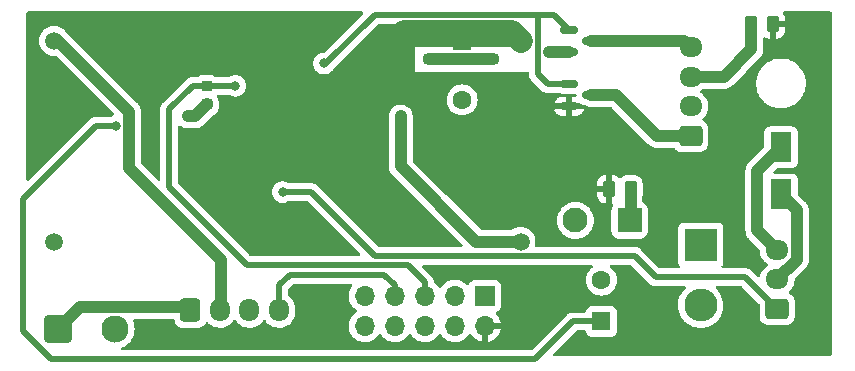
<source format=gbr>
%TF.GenerationSoftware,KiCad,Pcbnew,6.0.11-2627ca5db0~126~ubuntu22.04.1*%
%TF.CreationDate,2023-02-15T16:19:53+03:00*%
%TF.ProjectId,train_barrier,74726169-6e5f-4626-9172-726965722e6b,rev?*%
%TF.SameCoordinates,Original*%
%TF.FileFunction,Copper,L1,Top*%
%TF.FilePolarity,Positive*%
%FSLAX46Y46*%
G04 Gerber Fmt 4.6, Leading zero omitted, Abs format (unit mm)*
G04 Created by KiCad (PCBNEW 6.0.11-2627ca5db0~126~ubuntu22.04.1) date 2023-02-15 16:19:53*
%MOMM*%
%LPD*%
G01*
G04 APERTURE LIST*
G04 Aperture macros list*
%AMRoundRect*
0 Rectangle with rounded corners*
0 $1 Rounding radius*
0 $2 $3 $4 $5 $6 $7 $8 $9 X,Y pos of 4 corners*
0 Add a 4 corners polygon primitive as box body*
4,1,4,$2,$3,$4,$5,$6,$7,$8,$9,$2,$3,0*
0 Add four circle primitives for the rounded corners*
1,1,$1+$1,$2,$3*
1,1,$1+$1,$4,$5*
1,1,$1+$1,$6,$7*
1,1,$1+$1,$8,$9*
0 Add four rect primitives between the rounded corners*
20,1,$1+$1,$2,$3,$4,$5,0*
20,1,$1+$1,$4,$5,$6,$7,0*
20,1,$1+$1,$6,$7,$8,$9,0*
20,1,$1+$1,$8,$9,$2,$3,0*%
G04 Aperture macros list end*
%TA.AperFunction,SMDPad,CuDef*%
%ADD10RoundRect,0.225000X-0.250000X0.225000X-0.250000X-0.225000X0.250000X-0.225000X0.250000X0.225000X0*%
%TD*%
%TA.AperFunction,SMDPad,CuDef*%
%ADD11RoundRect,0.250000X0.262500X0.450000X-0.262500X0.450000X-0.262500X-0.450000X0.262500X-0.450000X0*%
%TD*%
%TA.AperFunction,ComponentPad*%
%ADD12RoundRect,0.250000X-0.600000X-0.725000X0.600000X-0.725000X0.600000X0.725000X-0.600000X0.725000X0*%
%TD*%
%TA.AperFunction,ComponentPad*%
%ADD13O,1.700000X1.950000*%
%TD*%
%TA.AperFunction,ComponentPad*%
%ADD14RoundRect,0.250000X0.725000X-0.600000X0.725000X0.600000X-0.725000X0.600000X-0.725000X-0.600000X0*%
%TD*%
%TA.AperFunction,ComponentPad*%
%ADD15O,1.950000X1.700000*%
%TD*%
%TA.AperFunction,ComponentPad*%
%ADD16R,1.600000X1.600000*%
%TD*%
%TA.AperFunction,ComponentPad*%
%ADD17C,1.600000*%
%TD*%
%TA.AperFunction,SMDPad,CuDef*%
%ADD18RoundRect,0.250000X-0.262500X-0.450000X0.262500X-0.450000X0.262500X0.450000X-0.262500X0.450000X0*%
%TD*%
%TA.AperFunction,ComponentPad*%
%ADD19C,1.500000*%
%TD*%
%TA.AperFunction,SMDPad,CuDef*%
%ADD20R,1.800000X2.500000*%
%TD*%
%TA.AperFunction,SMDPad,CuDef*%
%ADD21RoundRect,0.150000X-0.587500X-0.150000X0.587500X-0.150000X0.587500X0.150000X-0.587500X0.150000X0*%
%TD*%
%TA.AperFunction,ComponentPad*%
%ADD22R,1.700000X1.700000*%
%TD*%
%TA.AperFunction,ComponentPad*%
%ADD23O,1.700000X1.700000*%
%TD*%
%TA.AperFunction,ComponentPad*%
%ADD24R,2.800000X2.800000*%
%TD*%
%TA.AperFunction,ComponentPad*%
%ADD25O,2.800000X2.800000*%
%TD*%
%TA.AperFunction,ComponentPad*%
%ADD26RoundRect,0.250001X-0.899999X-0.899999X0.899999X-0.899999X0.899999X0.899999X-0.899999X0.899999X0*%
%TD*%
%TA.AperFunction,ComponentPad*%
%ADD27C,2.300000*%
%TD*%
%TA.AperFunction,ComponentPad*%
%ADD28RoundRect,0.250001X0.799999X0.799999X-0.799999X0.799999X-0.799999X-0.799999X0.799999X-0.799999X0*%
%TD*%
%TA.AperFunction,ComponentPad*%
%ADD29C,2.100000*%
%TD*%
%TA.AperFunction,ViaPad*%
%ADD30C,0.800000*%
%TD*%
%TA.AperFunction,Conductor*%
%ADD31C,1.000000*%
%TD*%
%TA.AperFunction,Conductor*%
%ADD32C,0.500000*%
%TD*%
%TA.AperFunction,Conductor*%
%ADD33C,2.000000*%
%TD*%
G04 APERTURE END LIST*
D10*
%TO.P,C3,1*%
%TO.N,+5V*%
X97600000Y-28225000D03*
%TO.P,C3,2*%
%TO.N,GND*%
X97600000Y-29775000D03*
%TD*%
D11*
%TO.P,R6,1*%
%TO.N,+5V*%
X126712500Y-26800000D03*
%TO.P,R6,2*%
%TO.N,Net-(D2-Pad3)*%
X124887500Y-26800000D03*
%TD*%
D12*
%TO.P,SW1,1,C*%
%TO.N,Net-(BT1-Pad1)*%
X77400000Y-51000000D03*
D13*
%TO.P,SW1,2,D*%
%TO.N,Net-(Q2-Pad3)*%
X79900000Y-51000000D03*
%TO.P,SW1,3,C*%
%TO.N,GND*%
X82400000Y-51000000D03*
%TO.P,SW1,4,D*%
%TO.N,BUTTON*%
X84900000Y-51000000D03*
%TD*%
D10*
%TO.P,C5,1*%
%TO.N,RESET*%
X78800000Y-32025000D03*
%TO.P,C5,2*%
%TO.N,GND*%
X78800000Y-33575000D03*
%TD*%
D14*
%TO.P,M1,1,PWM*%
%TO.N,SERVO_PWM*%
X127075000Y-50900000D03*
D15*
%TO.P,M1,2,+*%
%TO.N,Net-(D3-Pad2)*%
X127075000Y-48400000D03*
%TO.P,M1,3,-*%
%TO.N,GND*%
X127075000Y-45900000D03*
%TD*%
D10*
%TO.P,C2,1*%
%TO.N,+5V*%
X103000000Y-28225000D03*
%TO.P,C2,2*%
%TO.N,GND*%
X103000000Y-29775000D03*
%TD*%
D16*
%TO.P,C6,1*%
%TO.N,PWR_EN*%
X112200000Y-51955302D03*
D17*
%TO.P,C6,2*%
%TO.N,GND*%
X112200000Y-48455302D03*
%TD*%
D18*
%TO.P,R10,1*%
%TO.N,+5V*%
X112837500Y-40750000D03*
%TO.P,R10,2*%
%TO.N,Net-(LS1-Pad1)*%
X114662500Y-40750000D03*
%TD*%
D19*
%TO.P,U1,1,IN_VCC*%
%TO.N,Net-(Q2-Pad3)*%
X65850000Y-28200000D03*
%TO.P,U1,2,IN_GND*%
%TO.N,GND*%
X65850000Y-45200000D03*
%TO.P,U1,3,OUT_GND*%
X105350000Y-45200000D03*
%TO.P,U1,4,OUT_VCC*%
%TO.N,+5V*%
X105350000Y-28200000D03*
%TD*%
D20*
%TO.P,D3,1,A1*%
%TO.N,GND*%
X127400000Y-37200000D03*
%TO.P,D3,2,A2*%
%TO.N,Net-(D3-Pad2)*%
X127400000Y-41200000D03*
%TD*%
D21*
%TO.P,Q5,1,G*%
%TO.N,LED*%
X109462500Y-31850000D03*
%TO.P,Q5,2,S*%
%TO.N,+5V*%
X109462500Y-33750000D03*
%TO.P,Q5,3,D*%
%TO.N,Net-(D2-Pad1)*%
X111337500Y-32800000D03*
%TD*%
D22*
%TO.P,J1,1,Pin_1*%
%TO.N,NOISE*%
X102325000Y-49800000D03*
D23*
%TO.P,J1,2,Pin_2*%
%TO.N,+5V*%
X102325000Y-52340000D03*
%TO.P,J1,3,Pin_3*%
%TO.N,unconnected-(J1-Pad3)*%
X99785000Y-49800000D03*
%TO.P,J1,4,Pin_4*%
%TO.N,unconnected-(J1-Pad4)*%
X99785000Y-52340000D03*
%TO.P,J1,5,Pin_5*%
%TO.N,RESET*%
X97245000Y-49800000D03*
%TO.P,J1,6,Pin_6*%
%TO.N,unconnected-(J1-Pad6)*%
X97245000Y-52340000D03*
%TO.P,J1,7,Pin_7*%
%TO.N,BUTTON*%
X94705000Y-49800000D03*
%TO.P,J1,8,Pin_8*%
%TO.N,GND*%
X94705000Y-52340000D03*
%TO.P,J1,9,Pin_9*%
%TO.N,SERVO_PWM*%
X92165000Y-49800000D03*
%TO.P,J1,10,Pin_10*%
%TO.N,GND*%
X92165000Y-52340000D03*
%TD*%
D14*
%TO.P,D2,1,A1*%
%TO.N,Net-(D2-Pad1)*%
X119750000Y-36250000D03*
D15*
%TO.P,D2,2,K1*%
%TO.N,Net-(D2-Pad2)*%
X119750000Y-33750000D03*
%TO.P,D2,3,A2*%
%TO.N,Net-(D2-Pad3)*%
X119750000Y-31250000D03*
%TO.P,D2,4,K2*%
%TO.N,Net-(D2-Pad4)*%
X119750000Y-28750000D03*
%TD*%
D24*
%TO.P,D1,1,K*%
%TO.N,NOISE*%
X120600000Y-45503712D03*
D25*
%TO.P,D1,2,A*%
%TO.N,PWR_EN*%
X120600000Y-50583712D03*
%TD*%
D21*
%TO.P,Q3,1,G*%
%TO.N,LED*%
X109462500Y-27250000D03*
%TO.P,Q3,2,S*%
%TO.N,GND*%
X109462500Y-29150000D03*
%TO.P,Q3,3,D*%
%TO.N,Net-(D2-Pad4)*%
X111337500Y-28200000D03*
%TD*%
D26*
%TO.P,BT1,1,+*%
%TO.N,Net-(BT1-Pad1)*%
X66200000Y-52600000D03*
D27*
%TO.P,BT1,2,-*%
%TO.N,GND*%
X71000000Y-52600000D03*
%TD*%
D16*
%TO.P,C1,1*%
%TO.N,+5V*%
X100400000Y-28192047D03*
D17*
%TO.P,C1,2*%
%TO.N,GND*%
X100400000Y-33192047D03*
%TD*%
D28*
%TO.P,LS1,1,1*%
%TO.N,Net-(LS1-Pad1)*%
X114600000Y-43400000D03*
D29*
%TO.P,LS1,2,2*%
%TO.N,Net-(LS1-Pad2)*%
X110000000Y-43400000D03*
%TD*%
D30*
%TO.N,GND*%
X77162661Y-34600000D03*
X95200000Y-38600000D03*
X107750000Y-29150000D03*
X95200000Y-34600000D03*
X100225000Y-29775000D03*
%TO.N,PWR_EN*%
X71100500Y-35400000D03*
%TO.N,+5V*%
X78400000Y-36200000D03*
%TO.N,RESET*%
X81200000Y-32000000D03*
%TO.N,SERVO_PWM*%
X85200000Y-41000000D03*
%TO.N,LED*%
X88712500Y-30112500D03*
%TD*%
D31*
%TO.N,Net-(BT1-Pad1)*%
X66200000Y-52600000D02*
X68050000Y-50750000D01*
X68050000Y-50750000D02*
X77325000Y-50750000D01*
%TO.N,GND*%
X95200000Y-34600000D02*
X95200000Y-38600000D01*
X101600000Y-45200000D02*
X105350000Y-45200000D01*
X77162661Y-34600000D02*
X77775000Y-34600000D01*
X77775000Y-34600000D02*
X78800000Y-33575000D01*
X95200000Y-38600000D02*
X95200000Y-38800000D01*
X100225000Y-29775000D02*
X103000000Y-29775000D01*
X125400000Y-39200000D02*
X127400000Y-37200000D01*
X97600000Y-29775000D02*
X100225000Y-29775000D01*
X107750000Y-29150000D02*
X109462500Y-29150000D01*
X95200000Y-38800000D02*
X101600000Y-45200000D01*
X125400000Y-44225000D02*
X125400000Y-39200000D01*
X127075000Y-45900000D02*
X125400000Y-44225000D01*
D32*
%TO.N,PWR_EN*%
X106600000Y-55150000D02*
X109794698Y-51955302D01*
X65600000Y-55150000D02*
X106600000Y-55150000D01*
X69400000Y-35400000D02*
X63250000Y-41550000D01*
X63250000Y-41550000D02*
X63250000Y-52800000D01*
X109794698Y-51955302D02*
X112200000Y-51955302D01*
X63250000Y-52800000D02*
X65600000Y-55150000D01*
X71100500Y-35400000D02*
X69400000Y-35400000D01*
D31*
%TO.N,Net-(D2-Pad1)*%
X111337500Y-32800000D02*
X113468750Y-32800000D01*
X113468750Y-32800000D02*
X116918750Y-36250000D01*
X116918750Y-36250000D02*
X119750000Y-36250000D01*
%TO.N,Net-(D2-Pad3)*%
X122550000Y-31250000D02*
X119750000Y-31250000D01*
X124887500Y-28912500D02*
X122550000Y-31250000D01*
X124887500Y-26800000D02*
X124887500Y-28912500D01*
%TO.N,Net-(D2-Pad4)*%
X119200000Y-28200000D02*
X119750000Y-28750000D01*
X111337500Y-28200000D02*
X119200000Y-28200000D01*
D33*
%TO.N,+5V*%
X104600000Y-27450000D02*
X95450000Y-27450000D01*
D31*
X100400000Y-28192047D02*
X96207953Y-28192047D01*
X105350000Y-28200000D02*
X100407953Y-28200000D01*
D33*
X105350000Y-28200000D02*
X104600000Y-27450000D01*
D32*
%TO.N,RESET*%
X81200000Y-32000000D02*
X77600000Y-32000000D01*
X82200000Y-47200000D02*
X95800000Y-47200000D01*
X77600000Y-32000000D02*
X75600000Y-34000000D01*
X75600000Y-34000000D02*
X75600000Y-40600000D01*
X75600000Y-40600000D02*
X82200000Y-47200000D01*
X97245000Y-48645000D02*
X97245000Y-49800000D01*
X95800000Y-47200000D02*
X97245000Y-48645000D01*
%TO.N,SERVO_PWM*%
X116800000Y-48200000D02*
X115000000Y-46400000D01*
X124375000Y-48200000D02*
X116800000Y-48200000D01*
X93000000Y-46400000D02*
X87600000Y-41000000D01*
X87600000Y-41000000D02*
X85200000Y-41000000D01*
X115000000Y-46400000D02*
X93000000Y-46400000D01*
X127075000Y-50900000D02*
X124375000Y-48200000D01*
D31*
%TO.N,Net-(LS1-Pad1)*%
X114662500Y-40750000D02*
X114662500Y-43337500D01*
%TO.N,Net-(D3-Pad2)*%
X127400000Y-41200000D02*
X128750000Y-42550000D01*
X128750000Y-46725000D02*
X127075000Y-48400000D01*
X128750000Y-42550000D02*
X128750000Y-46725000D01*
%TO.N,Net-(Q2-Pad3)*%
X66200000Y-28200000D02*
X65850000Y-28200000D01*
X79950000Y-46750000D02*
X72200000Y-39000000D01*
X72200000Y-39000000D02*
X72200000Y-34200000D01*
X72200000Y-34200000D02*
X66200000Y-28200000D01*
X79950000Y-50875000D02*
X79950000Y-46750000D01*
D32*
%TO.N,LED*%
X93000000Y-26000000D02*
X108212500Y-26000000D01*
X88887500Y-30112500D02*
X93000000Y-26000000D01*
X106800000Y-31000000D02*
X106800000Y-26200000D01*
X107650000Y-31850000D02*
X106800000Y-31000000D01*
X108212500Y-26000000D02*
X109462500Y-27250000D01*
X88712500Y-30112500D02*
X88887500Y-30112500D01*
X109462500Y-31850000D02*
X107650000Y-31850000D01*
%TO.N,BUTTON*%
X94705000Y-49800000D02*
X94705000Y-48905000D01*
X85800000Y-48000000D02*
X84900000Y-48900000D01*
X84900000Y-48900000D02*
X84900000Y-51000000D01*
X94705000Y-48905000D02*
X93800000Y-48000000D01*
X93800000Y-48000000D02*
X85800000Y-48000000D01*
%TD*%
%TA.AperFunction,Conductor*%
%TO.N,+5V*%
G36*
X91982750Y-25728502D02*
G01*
X92029243Y-25782158D01*
X92039347Y-25852432D01*
X92009853Y-25917012D01*
X92003724Y-25923595D01*
X88760224Y-29167095D01*
X88697912Y-29201121D01*
X88671129Y-29204000D01*
X88617013Y-29204000D01*
X88610561Y-29205372D01*
X88610556Y-29205372D01*
X88523612Y-29223853D01*
X88430212Y-29243706D01*
X88424182Y-29246391D01*
X88424181Y-29246391D01*
X88261778Y-29318697D01*
X88261776Y-29318698D01*
X88255748Y-29321382D01*
X88101247Y-29433634D01*
X88096826Y-29438544D01*
X88096825Y-29438545D01*
X88063055Y-29476051D01*
X87973460Y-29575556D01*
X87877973Y-29740944D01*
X87818958Y-29922572D01*
X87818268Y-29929133D01*
X87818268Y-29929135D01*
X87804652Y-30058688D01*
X87798996Y-30112500D01*
X87799686Y-30119065D01*
X87812252Y-30238620D01*
X87818958Y-30302428D01*
X87877973Y-30484056D01*
X87973460Y-30649444D01*
X87977878Y-30654351D01*
X87977879Y-30654352D01*
X88056931Y-30742148D01*
X88101247Y-30791366D01*
X88255748Y-30903618D01*
X88261776Y-30906302D01*
X88261778Y-30906303D01*
X88396119Y-30966115D01*
X88430212Y-30981294D01*
X88523613Y-31001147D01*
X88610556Y-31019628D01*
X88610561Y-31019628D01*
X88617013Y-31021000D01*
X88807987Y-31021000D01*
X88814439Y-31019628D01*
X88814444Y-31019628D01*
X88901387Y-31001147D01*
X88994788Y-30981294D01*
X89028881Y-30966115D01*
X89163222Y-30906303D01*
X89163224Y-30906302D01*
X89169252Y-30903618D01*
X89323753Y-30791366D01*
X89368069Y-30742148D01*
X89447121Y-30654352D01*
X89447122Y-30654351D01*
X89451540Y-30649444D01*
X89454839Y-30643731D01*
X89454842Y-30643726D01*
X89481910Y-30596842D01*
X89501934Y-30570747D01*
X93277276Y-26795405D01*
X93339588Y-26761379D01*
X93366371Y-26758500D01*
X96274000Y-26758500D01*
X96342121Y-26778502D01*
X96388614Y-26832158D01*
X96400000Y-26884500D01*
X96400000Y-30800000D01*
X105915500Y-30800000D01*
X105983621Y-30820002D01*
X106030114Y-30873658D01*
X106041500Y-30926000D01*
X106041500Y-30932930D01*
X106040067Y-30951880D01*
X106039254Y-30957227D01*
X106036801Y-30973349D01*
X106037394Y-30980641D01*
X106037394Y-30980644D01*
X106041085Y-31026018D01*
X106041500Y-31036233D01*
X106041500Y-31044293D01*
X106041925Y-31047937D01*
X106044789Y-31072507D01*
X106045222Y-31076882D01*
X106049912Y-31134538D01*
X106051140Y-31149637D01*
X106053396Y-31156601D01*
X106054587Y-31162560D01*
X106055971Y-31168415D01*
X106056818Y-31175681D01*
X106081735Y-31244327D01*
X106083152Y-31248455D01*
X106101681Y-31305649D01*
X106105649Y-31317899D01*
X106109445Y-31324154D01*
X106111951Y-31329628D01*
X106114670Y-31335057D01*
X106117167Y-31341937D01*
X106157195Y-31402990D01*
X106159513Y-31406663D01*
X106167276Y-31419456D01*
X106194496Y-31464314D01*
X106194499Y-31464318D01*
X106197405Y-31469107D01*
X106201114Y-31473306D01*
X106201117Y-31473311D01*
X106204803Y-31477484D01*
X106204776Y-31477508D01*
X106207429Y-31480500D01*
X106210132Y-31483733D01*
X106214144Y-31489852D01*
X106219456Y-31494884D01*
X106270383Y-31543128D01*
X106272825Y-31545506D01*
X107066230Y-32338911D01*
X107078616Y-32353323D01*
X107087149Y-32364918D01*
X107087154Y-32364923D01*
X107091492Y-32370818D01*
X107097070Y-32375557D01*
X107097073Y-32375560D01*
X107131768Y-32405035D01*
X107139284Y-32411965D01*
X107144980Y-32417661D01*
X107147841Y-32419924D01*
X107147846Y-32419929D01*
X107167266Y-32435293D01*
X107170667Y-32438082D01*
X107226285Y-32485333D01*
X107232805Y-32488662D01*
X107237852Y-32492028D01*
X107242976Y-32495193D01*
X107248717Y-32499735D01*
X107255348Y-32502834D01*
X107255351Y-32502836D01*
X107314830Y-32530634D01*
X107318776Y-32532562D01*
X107336969Y-32541852D01*
X107369941Y-32558688D01*
X107383808Y-32565769D01*
X107390914Y-32567508D01*
X107396564Y-32569609D01*
X107402321Y-32571524D01*
X107408950Y-32574622D01*
X107480435Y-32589491D01*
X107484701Y-32590457D01*
X107555610Y-32607808D01*
X107561212Y-32608156D01*
X107561215Y-32608156D01*
X107566764Y-32608500D01*
X107566762Y-32608535D01*
X107570734Y-32608775D01*
X107574955Y-32609152D01*
X107582115Y-32610641D01*
X107659542Y-32608546D01*
X107662950Y-32608500D01*
X108591246Y-32608500D01*
X108626398Y-32613503D01*
X108764989Y-32653767D01*
X108764993Y-32653768D01*
X108771169Y-32655562D01*
X108777574Y-32656066D01*
X108777579Y-32656067D01*
X108806042Y-32658307D01*
X108806050Y-32658307D01*
X108808498Y-32658500D01*
X109965500Y-32658500D01*
X110033621Y-32678502D01*
X110080114Y-32732158D01*
X110091500Y-32784500D01*
X110091500Y-32816000D01*
X110071498Y-32884121D01*
X110017842Y-32930614D01*
X109965500Y-32942000D01*
X109734615Y-32942000D01*
X109719376Y-32946475D01*
X109718171Y-32947865D01*
X109716500Y-32955548D01*
X109716500Y-33477885D01*
X109720975Y-33493124D01*
X109722365Y-33494329D01*
X109730048Y-33496000D01*
X110345158Y-33496000D01*
X110409297Y-33513547D01*
X110436732Y-33529772D01*
X110486399Y-33559145D01*
X110494010Y-33561356D01*
X110494012Y-33561357D01*
X110545396Y-33576285D01*
X110646169Y-33605562D01*
X110652574Y-33606066D01*
X110652579Y-33606067D01*
X110681042Y-33608307D01*
X110681050Y-33608307D01*
X110683498Y-33608500D01*
X110686647Y-33608500D01*
X110686746Y-33608531D01*
X110688439Y-33608597D01*
X110688421Y-33609049D01*
X110757834Y-33630536D01*
X110760251Y-33632191D01*
X110764974Y-33636154D01*
X110938287Y-33731433D01*
X110944154Y-33733294D01*
X110944156Y-33733295D01*
X111120936Y-33789373D01*
X111126806Y-33791235D01*
X111280727Y-33808500D01*
X112998825Y-33808500D01*
X113066946Y-33828502D01*
X113087920Y-33845405D01*
X116161895Y-36919379D01*
X116170997Y-36929522D01*
X116194718Y-36959025D01*
X116199446Y-36962992D01*
X116233171Y-36991291D01*
X116236819Y-36994472D01*
X116238631Y-36996115D01*
X116240825Y-36998309D01*
X116274099Y-37025642D01*
X116274897Y-37026304D01*
X116346224Y-37086154D01*
X116350894Y-37088722D01*
X116355011Y-37092103D01*
X116425829Y-37130075D01*
X116436870Y-37135995D01*
X116438030Y-37136624D01*
X116514139Y-37178466D01*
X116514144Y-37178468D01*
X116519537Y-37181433D01*
X116524615Y-37183044D01*
X116529313Y-37185563D01*
X116618248Y-37212753D01*
X116619452Y-37213128D01*
X116708056Y-37241235D01*
X116713347Y-37241828D01*
X116718448Y-37243388D01*
X116724580Y-37244011D01*
X116724586Y-37244012D01*
X116785088Y-37250157D01*
X116811013Y-37252790D01*
X116812200Y-37252916D01*
X116841588Y-37256213D01*
X116858480Y-37258108D01*
X116858485Y-37258108D01*
X116861977Y-37258500D01*
X116865502Y-37258500D01*
X116866487Y-37258555D01*
X116872182Y-37259003D01*
X116884092Y-37260213D01*
X116909084Y-37262752D01*
X116909089Y-37262752D01*
X116915212Y-37263374D01*
X116960861Y-37259059D01*
X116972718Y-37258500D01*
X118315572Y-37258500D01*
X118383693Y-37278502D01*
X118417495Y-37312888D01*
X118418125Y-37312388D01*
X118422668Y-37318120D01*
X118426522Y-37324348D01*
X118551697Y-37449305D01*
X118557927Y-37453145D01*
X118557928Y-37453146D01*
X118695090Y-37537694D01*
X118702262Y-37542115D01*
X118782005Y-37568564D01*
X118863611Y-37595632D01*
X118863613Y-37595632D01*
X118870139Y-37597797D01*
X118876975Y-37598497D01*
X118876978Y-37598498D01*
X118920031Y-37602909D01*
X118974600Y-37608500D01*
X120525400Y-37608500D01*
X120528646Y-37608163D01*
X120528650Y-37608163D01*
X120624308Y-37598238D01*
X120624312Y-37598237D01*
X120631166Y-37597526D01*
X120637702Y-37595345D01*
X120637704Y-37595345D01*
X120769806Y-37551272D01*
X120798946Y-37541550D01*
X120949348Y-37448478D01*
X121074305Y-37323303D01*
X121111246Y-37263374D01*
X121163275Y-37178968D01*
X121163276Y-37178966D01*
X121167115Y-37172738D01*
X121215797Y-37025965D01*
X121220632Y-37011389D01*
X121220632Y-37011387D01*
X121222797Y-37004861D01*
X121223862Y-36994472D01*
X121233172Y-36903598D01*
X121233500Y-36900400D01*
X121233500Y-35599600D01*
X121232874Y-35593567D01*
X121223238Y-35500692D01*
X121223237Y-35500688D01*
X121222526Y-35493834D01*
X121203283Y-35436154D01*
X121168868Y-35333002D01*
X121166550Y-35326054D01*
X121073478Y-35175652D01*
X120948303Y-35050695D01*
X120802660Y-34960919D01*
X120755168Y-34908148D01*
X120743744Y-34838076D01*
X120772018Y-34772952D01*
X120781805Y-34762490D01*
X120866469Y-34681724D01*
X120896135Y-34653424D01*
X121033754Y-34468458D01*
X121055173Y-34426331D01*
X121093342Y-34351256D01*
X121138240Y-34262949D01*
X121139870Y-34257702D01*
X121205024Y-34047871D01*
X121206607Y-34042773D01*
X121220304Y-33939432D01*
X121236198Y-33819511D01*
X121236198Y-33819506D01*
X121236898Y-33814226D01*
X121234709Y-33755903D01*
X121231877Y-33680489D01*
X121228249Y-33583842D01*
X121180907Y-33358209D01*
X121178948Y-33353248D01*
X121098185Y-33148744D01*
X121098184Y-33148742D01*
X121096224Y-33143779D01*
X121052614Y-33071911D01*
X120979390Y-32951243D01*
X120976623Y-32946683D01*
X120889755Y-32846576D01*
X120829023Y-32776588D01*
X120829021Y-32776586D01*
X120825523Y-32772555D01*
X120776255Y-32732158D01*
X120651373Y-32629760D01*
X120651367Y-32629756D01*
X120647245Y-32626376D01*
X120615750Y-32608448D01*
X120566445Y-32557368D01*
X120552583Y-32487738D01*
X120578566Y-32421667D01*
X120607716Y-32394427D01*
X120724889Y-32315542D01*
X120724893Y-32315539D01*
X120729319Y-32312559D01*
X120749475Y-32293331D01*
X120812571Y-32260783D01*
X120836447Y-32258500D01*
X122488157Y-32258500D01*
X122501764Y-32259237D01*
X122533262Y-32262659D01*
X122533267Y-32262659D01*
X122539388Y-32263324D01*
X122568433Y-32260783D01*
X122589388Y-32258950D01*
X122594214Y-32258621D01*
X122596686Y-32258500D01*
X122599769Y-32258500D01*
X122611738Y-32257326D01*
X122642506Y-32254310D01*
X122643819Y-32254188D01*
X122688084Y-32250315D01*
X122736413Y-32246087D01*
X122741532Y-32244600D01*
X122746833Y-32244080D01*
X122835834Y-32217209D01*
X122836967Y-32216874D01*
X122920414Y-32192630D01*
X122920418Y-32192628D01*
X122926336Y-32190909D01*
X122931068Y-32188456D01*
X122936169Y-32186916D01*
X122944117Y-32182690D01*
X123018260Y-32143269D01*
X123019426Y-32142657D01*
X123096453Y-32102729D01*
X123101926Y-32099892D01*
X123106089Y-32096569D01*
X123110796Y-32094066D01*
X123182918Y-32035245D01*
X123183774Y-32034554D01*
X123222973Y-32003262D01*
X123225477Y-32000758D01*
X123226195Y-32000116D01*
X123230528Y-31996415D01*
X123264062Y-31969065D01*
X123268070Y-31964221D01*
X123293287Y-31933738D01*
X123294229Y-31932703D01*
X125290743Y-31932703D01*
X125291302Y-31936947D01*
X125291302Y-31936951D01*
X125304140Y-32034465D01*
X125328268Y-32217734D01*
X125329401Y-32221874D01*
X125329401Y-32221876D01*
X125335919Y-32245703D01*
X125404129Y-32495036D01*
X125405813Y-32498984D01*
X125512077Y-32748114D01*
X125516923Y-32759476D01*
X125569051Y-32846576D01*
X125637004Y-32960116D01*
X125664561Y-33006161D01*
X125844313Y-33230528D01*
X125922299Y-33304534D01*
X125984361Y-33363428D01*
X126052851Y-33428423D01*
X126193893Y-33529772D01*
X126273936Y-33587289D01*
X126286317Y-33596186D01*
X126290112Y-33598195D01*
X126290113Y-33598196D01*
X126309757Y-33608597D01*
X126540392Y-33730712D01*
X126662240Y-33775302D01*
X126797814Y-33824915D01*
X126810373Y-33829511D01*
X127091264Y-33890755D01*
X127119841Y-33893004D01*
X127314282Y-33908307D01*
X127314291Y-33908307D01*
X127316739Y-33908500D01*
X127472271Y-33908500D01*
X127474407Y-33908354D01*
X127474418Y-33908354D01*
X127682548Y-33894165D01*
X127682554Y-33894164D01*
X127686825Y-33893873D01*
X127691020Y-33893004D01*
X127691022Y-33893004D01*
X127827583Y-33864724D01*
X127968342Y-33835574D01*
X128239343Y-33739607D01*
X128416312Y-33648267D01*
X128491005Y-33609715D01*
X128491006Y-33609715D01*
X128494812Y-33607750D01*
X128498313Y-33605289D01*
X128498317Y-33605287D01*
X128658503Y-33492706D01*
X128730023Y-33442441D01*
X128855887Y-33325481D01*
X128937479Y-33249661D01*
X128937481Y-33249658D01*
X128940622Y-33246740D01*
X129122713Y-33024268D01*
X129272927Y-32779142D01*
X129275819Y-32772555D01*
X129386757Y-32519830D01*
X129388483Y-32515898D01*
X129392718Y-32501033D01*
X129460620Y-32262659D01*
X129467244Y-32239406D01*
X129506301Y-31964972D01*
X129507146Y-31959036D01*
X129507146Y-31959034D01*
X129507751Y-31954784D01*
X129507845Y-31936951D01*
X129509235Y-31671583D01*
X129509235Y-31671576D01*
X129509257Y-31667297D01*
X129505133Y-31635968D01*
X129475170Y-31408381D01*
X129471732Y-31382266D01*
X129395871Y-31104964D01*
X129364374Y-31031120D01*
X129284763Y-30844476D01*
X129284761Y-30844472D01*
X129283077Y-30840524D01*
X129135439Y-30593839D01*
X128955687Y-30369472D01*
X128747149Y-30171577D01*
X128513683Y-30003814D01*
X128491843Y-29992250D01*
X128372639Y-29929135D01*
X128259608Y-29869288D01*
X127989627Y-29770489D01*
X127708736Y-29709245D01*
X127677685Y-29706801D01*
X127485718Y-29691693D01*
X127485709Y-29691693D01*
X127483261Y-29691500D01*
X127327729Y-29691500D01*
X127325593Y-29691646D01*
X127325582Y-29691646D01*
X127117452Y-29705835D01*
X127117446Y-29705836D01*
X127113175Y-29706127D01*
X127108980Y-29706996D01*
X127108978Y-29706996D01*
X126972417Y-29735276D01*
X126831658Y-29764426D01*
X126560657Y-29860393D01*
X126556848Y-29862359D01*
X126370952Y-29958307D01*
X126305188Y-29992250D01*
X126301687Y-29994711D01*
X126301683Y-29994713D01*
X126276624Y-30012325D01*
X126069977Y-30157559D01*
X126057237Y-30169398D01*
X125866571Y-30346576D01*
X125859378Y-30353260D01*
X125677287Y-30575732D01*
X125527073Y-30820858D01*
X125525347Y-30824791D01*
X125525346Y-30824792D01*
X125456044Y-30982666D01*
X125411517Y-31084102D01*
X125332756Y-31360594D01*
X125292249Y-31645216D01*
X125292227Y-31649505D01*
X125292226Y-31649512D01*
X125290765Y-31928417D01*
X125290743Y-31932703D01*
X123294229Y-31932703D01*
X123301277Y-31924958D01*
X124427906Y-30798329D01*
X125556879Y-29669355D01*
X125567022Y-29660253D01*
X125591718Y-29640397D01*
X125596525Y-29636532D01*
X125628792Y-29598078D01*
X125631972Y-29594431D01*
X125633615Y-29592619D01*
X125635809Y-29590425D01*
X125663142Y-29557151D01*
X125663848Y-29556300D01*
X125670178Y-29548757D01*
X125723654Y-29485026D01*
X125726222Y-29480356D01*
X125729603Y-29476239D01*
X125765115Y-29410008D01*
X125773477Y-29394414D01*
X125774106Y-29393255D01*
X125815962Y-29317119D01*
X125815965Y-29317111D01*
X125818933Y-29311713D01*
X125820545Y-29306631D01*
X125823062Y-29301937D01*
X125850262Y-29212969D01*
X125850608Y-29211858D01*
X125851674Y-29208500D01*
X125878735Y-29123194D01*
X125879329Y-29117898D01*
X125880887Y-29112802D01*
X125890290Y-29020243D01*
X125890411Y-29019107D01*
X125896000Y-28969273D01*
X125896000Y-28965746D01*
X125896055Y-28964761D01*
X125896502Y-28959081D01*
X125900874Y-28916038D01*
X125896559Y-28870391D01*
X125896000Y-28858533D01*
X125896000Y-28024657D01*
X125916002Y-27956536D01*
X125969658Y-27910043D01*
X126039932Y-27899939D01*
X126088115Y-27917397D01*
X126121238Y-27937814D01*
X126134424Y-27943963D01*
X126288710Y-27995138D01*
X126302086Y-27998005D01*
X126396438Y-28007672D01*
X126402854Y-28008000D01*
X126440385Y-28008000D01*
X126455624Y-28003525D01*
X126456829Y-28002135D01*
X126458500Y-27994452D01*
X126458500Y-27989884D01*
X126966500Y-27989884D01*
X126970975Y-28005123D01*
X126972365Y-28006328D01*
X126980048Y-28007999D01*
X127022095Y-28007999D01*
X127028614Y-28007662D01*
X127124206Y-27997743D01*
X127137600Y-27994851D01*
X127291784Y-27943412D01*
X127304962Y-27937239D01*
X127442807Y-27851937D01*
X127454208Y-27842901D01*
X127568739Y-27728171D01*
X127577751Y-27716760D01*
X127662816Y-27578757D01*
X127668963Y-27565576D01*
X127720138Y-27411290D01*
X127723005Y-27397914D01*
X127732672Y-27303562D01*
X127733000Y-27297146D01*
X127733000Y-27072115D01*
X127728525Y-27056876D01*
X127727135Y-27055671D01*
X127719452Y-27054000D01*
X126984615Y-27054000D01*
X126969376Y-27058475D01*
X126968171Y-27059865D01*
X126966500Y-27067548D01*
X126966500Y-27989884D01*
X126458500Y-27989884D01*
X126458500Y-26672000D01*
X126478502Y-26603879D01*
X126532158Y-26557386D01*
X126584500Y-26546000D01*
X127714884Y-26546000D01*
X127730123Y-26541525D01*
X127731328Y-26540135D01*
X127732999Y-26532452D01*
X127732999Y-26302905D01*
X127732662Y-26296386D01*
X127722743Y-26200794D01*
X127719851Y-26187400D01*
X127668412Y-26033216D01*
X127662240Y-26020042D01*
X127588453Y-25900804D01*
X127569615Y-25832352D01*
X127590776Y-25764582D01*
X127645217Y-25719011D01*
X127695597Y-25708500D01*
X131565500Y-25708500D01*
X131633621Y-25728502D01*
X131680114Y-25782158D01*
X131691500Y-25834500D01*
X131691500Y-54765500D01*
X131671498Y-54833621D01*
X131617842Y-54880114D01*
X131565500Y-54891500D01*
X108235371Y-54891500D01*
X108167250Y-54871498D01*
X108120757Y-54817842D01*
X108110653Y-54747568D01*
X108140147Y-54682988D01*
X108146276Y-54676405D01*
X110071974Y-52750707D01*
X110134286Y-52716681D01*
X110161069Y-52713802D01*
X110768709Y-52713802D01*
X110836830Y-52733804D01*
X110883323Y-52787460D01*
X110893972Y-52826194D01*
X110895297Y-52838388D01*
X110898255Y-52865618D01*
X110949385Y-53002007D01*
X111036739Y-53118563D01*
X111153295Y-53205917D01*
X111289684Y-53257047D01*
X111351866Y-53263802D01*
X113048134Y-53263802D01*
X113110316Y-53257047D01*
X113246705Y-53205917D01*
X113363261Y-53118563D01*
X113450615Y-53002007D01*
X113501745Y-52865618D01*
X113508500Y-52803436D01*
X113508500Y-51107168D01*
X113501745Y-51044986D01*
X113450615Y-50908597D01*
X113363261Y-50792041D01*
X113246705Y-50704687D01*
X113110316Y-50653557D01*
X113048134Y-50646802D01*
X111351866Y-50646802D01*
X111289684Y-50653557D01*
X111153295Y-50704687D01*
X111036739Y-50792041D01*
X110949385Y-50908597D01*
X110898255Y-51044986D01*
X110896214Y-51063772D01*
X110893972Y-51084410D01*
X110866730Y-51149972D01*
X110808366Y-51190398D01*
X110768709Y-51196802D01*
X109861767Y-51196802D01*
X109842819Y-51195369D01*
X109835478Y-51194252D01*
X109828581Y-51193203D01*
X109828579Y-51193203D01*
X109821349Y-51192103D01*
X109814057Y-51192696D01*
X109814054Y-51192696D01*
X109768680Y-51196387D01*
X109758465Y-51196802D01*
X109750405Y-51196802D01*
X109737115Y-51198351D01*
X109722191Y-51200091D01*
X109717816Y-51200524D01*
X109652359Y-51205848D01*
X109652356Y-51205849D01*
X109645061Y-51206442D01*
X109638097Y-51208698D01*
X109632138Y-51209889D01*
X109626283Y-51211273D01*
X109619017Y-51212120D01*
X109550371Y-51237037D01*
X109546243Y-51238454D01*
X109483762Y-51258695D01*
X109483760Y-51258696D01*
X109476799Y-51260951D01*
X109470544Y-51264747D01*
X109465070Y-51267253D01*
X109459640Y-51269972D01*
X109452761Y-51272469D01*
X109391714Y-51312493D01*
X109388025Y-51314820D01*
X109378443Y-51320635D01*
X109330391Y-51349793D01*
X109330386Y-51349797D01*
X109325590Y-51352707D01*
X109317214Y-51360105D01*
X109317191Y-51360079D01*
X109314201Y-51362728D01*
X109310962Y-51365436D01*
X109304846Y-51369446D01*
X109299819Y-51374753D01*
X109299815Y-51374756D01*
X109251570Y-51425685D01*
X109249192Y-51428127D01*
X106322724Y-54354595D01*
X106260412Y-54388621D01*
X106233629Y-54391500D01*
X71642249Y-54391500D01*
X71574128Y-54371498D01*
X71527635Y-54317842D01*
X71517531Y-54247568D01*
X71547025Y-54182988D01*
X71594031Y-54149091D01*
X71750697Y-54084198D01*
X71750701Y-54084196D01*
X71755271Y-54082303D01*
X71977856Y-53945903D01*
X72176363Y-53776363D01*
X72345903Y-53577856D01*
X72482303Y-53355271D01*
X72522636Y-53257900D01*
X72580310Y-53118662D01*
X72580311Y-53118660D01*
X72582204Y-53114089D01*
X72606071Y-53014678D01*
X72641991Y-52865062D01*
X72641992Y-52865056D01*
X72643146Y-52860249D01*
X72663628Y-52600000D01*
X72643146Y-52339751D01*
X72641992Y-52334944D01*
X72641991Y-52334938D01*
X72595737Y-52142278D01*
X72582204Y-52085911D01*
X72518749Y-51932717D01*
X72511160Y-51862129D01*
X72542939Y-51798642D01*
X72603997Y-51762414D01*
X72635158Y-51758500D01*
X75926144Y-51758500D01*
X75994265Y-51778502D01*
X76040758Y-51832158D01*
X76051471Y-51871496D01*
X76052474Y-51881166D01*
X76054655Y-51887702D01*
X76054655Y-51887704D01*
X76085288Y-51979521D01*
X76108450Y-52048946D01*
X76201522Y-52199348D01*
X76326697Y-52324305D01*
X76332927Y-52328145D01*
X76332928Y-52328146D01*
X76470090Y-52412694D01*
X76477262Y-52417115D01*
X76554923Y-52442874D01*
X76638611Y-52470632D01*
X76638613Y-52470632D01*
X76645139Y-52472797D01*
X76651975Y-52473497D01*
X76651978Y-52473498D01*
X76687663Y-52477154D01*
X76749600Y-52483500D01*
X78050400Y-52483500D01*
X78053646Y-52483163D01*
X78053650Y-52483163D01*
X78149308Y-52473238D01*
X78149312Y-52473237D01*
X78156166Y-52472526D01*
X78162702Y-52470345D01*
X78162704Y-52470345D01*
X78313833Y-52419924D01*
X78323946Y-52416550D01*
X78474348Y-52323478D01*
X78599305Y-52198303D01*
X78689081Y-52052660D01*
X78741852Y-52005168D01*
X78811924Y-51993744D01*
X78877048Y-52022018D01*
X78887510Y-52031805D01*
X78926758Y-52072947D01*
X78996576Y-52146135D01*
X79181542Y-52283754D01*
X79186293Y-52286170D01*
X79186297Y-52286172D01*
X79249481Y-52318296D01*
X79387051Y-52388240D01*
X79392145Y-52389822D01*
X79392148Y-52389823D01*
X79533226Y-52433629D01*
X79607227Y-52456607D01*
X79612516Y-52457308D01*
X79830489Y-52486198D01*
X79830494Y-52486198D01*
X79835774Y-52486898D01*
X79841103Y-52486698D01*
X79841105Y-52486698D01*
X79950966Y-52482573D01*
X80066158Y-52478249D01*
X80088802Y-52473498D01*
X80286572Y-52432002D01*
X80291791Y-52430907D01*
X80296750Y-52428949D01*
X80296752Y-52428948D01*
X80501256Y-52348185D01*
X80501258Y-52348184D01*
X80506221Y-52346224D01*
X80516889Y-52339751D01*
X80698757Y-52229390D01*
X80698756Y-52229390D01*
X80703317Y-52226623D01*
X80789959Y-52151439D01*
X80873412Y-52079023D01*
X80873414Y-52079021D01*
X80877445Y-52075523D01*
X80944500Y-51993744D01*
X81020240Y-51901373D01*
X81020244Y-51901367D01*
X81023624Y-51897245D01*
X81041552Y-51865750D01*
X81092632Y-51816445D01*
X81162262Y-51802583D01*
X81228333Y-51828566D01*
X81255573Y-51857716D01*
X81337441Y-51979319D01*
X81496576Y-52146135D01*
X81681542Y-52283754D01*
X81686293Y-52286170D01*
X81686297Y-52286172D01*
X81749481Y-52318296D01*
X81887051Y-52388240D01*
X81892145Y-52389822D01*
X81892148Y-52389823D01*
X82033226Y-52433629D01*
X82107227Y-52456607D01*
X82112516Y-52457308D01*
X82330489Y-52486198D01*
X82330494Y-52486198D01*
X82335774Y-52486898D01*
X82341103Y-52486698D01*
X82341105Y-52486698D01*
X82450966Y-52482573D01*
X82566158Y-52478249D01*
X82588802Y-52473498D01*
X82786572Y-52432002D01*
X82791791Y-52430907D01*
X82796750Y-52428949D01*
X82796752Y-52428948D01*
X83001256Y-52348185D01*
X83001258Y-52348184D01*
X83006221Y-52346224D01*
X83016889Y-52339751D01*
X83198757Y-52229390D01*
X83198756Y-52229390D01*
X83203317Y-52226623D01*
X83289959Y-52151439D01*
X83373412Y-52079023D01*
X83373414Y-52079021D01*
X83377445Y-52075523D01*
X83444500Y-51993744D01*
X83520240Y-51901373D01*
X83520244Y-51901367D01*
X83523624Y-51897245D01*
X83541552Y-51865750D01*
X83592632Y-51816445D01*
X83662262Y-51802583D01*
X83728333Y-51828566D01*
X83755573Y-51857716D01*
X83837441Y-51979319D01*
X83996576Y-52146135D01*
X84181542Y-52283754D01*
X84186293Y-52286170D01*
X84186297Y-52286172D01*
X84249481Y-52318296D01*
X84387051Y-52388240D01*
X84392145Y-52389822D01*
X84392148Y-52389823D01*
X84533226Y-52433629D01*
X84607227Y-52456607D01*
X84612516Y-52457308D01*
X84830489Y-52486198D01*
X84830494Y-52486198D01*
X84835774Y-52486898D01*
X84841103Y-52486698D01*
X84841105Y-52486698D01*
X84950966Y-52482573D01*
X85066158Y-52478249D01*
X85088802Y-52473498D01*
X85286572Y-52432002D01*
X85291791Y-52430907D01*
X85296750Y-52428949D01*
X85296752Y-52428948D01*
X85501256Y-52348185D01*
X85501258Y-52348184D01*
X85506221Y-52346224D01*
X85516889Y-52339751D01*
X85698757Y-52229390D01*
X85698756Y-52229390D01*
X85703317Y-52226623D01*
X85789959Y-52151439D01*
X85873412Y-52079023D01*
X85873414Y-52079021D01*
X85877445Y-52075523D01*
X85944500Y-51993744D01*
X86020240Y-51901373D01*
X86020244Y-51901367D01*
X86023624Y-51897245D01*
X86038279Y-51871501D01*
X86135032Y-51701529D01*
X86137675Y-51696886D01*
X86216337Y-51480175D01*
X86225971Y-51426900D01*
X86256623Y-51257392D01*
X86256624Y-51257385D01*
X86257361Y-51253308D01*
X86258500Y-51229156D01*
X86258500Y-50817110D01*
X86248618Y-50700643D01*
X86244371Y-50650591D01*
X86244370Y-50650587D01*
X86243920Y-50645280D01*
X86242582Y-50640125D01*
X86242581Y-50640119D01*
X86187343Y-50427297D01*
X86187342Y-50427293D01*
X86186001Y-50422128D01*
X86131803Y-50301811D01*
X86093507Y-50216798D01*
X86091312Y-50211925D01*
X85962559Y-50020681D01*
X85946269Y-50003604D01*
X85856812Y-49909830D01*
X85803424Y-49853865D01*
X85709287Y-49783824D01*
X85666574Y-49727115D01*
X85658500Y-49682736D01*
X85658500Y-49266371D01*
X85678502Y-49198250D01*
X85695405Y-49177276D01*
X86077276Y-48795405D01*
X86139588Y-48761379D01*
X86166371Y-48758500D01*
X90992423Y-48758500D01*
X91060544Y-48778502D01*
X91107037Y-48832158D01*
X91117141Y-48902432D01*
X91096511Y-48955504D01*
X90982662Y-49122400D01*
X90982659Y-49122405D01*
X90979743Y-49126680D01*
X90939127Y-49214181D01*
X90897667Y-49303499D01*
X90885688Y-49329305D01*
X90825989Y-49544570D01*
X90802251Y-49766695D01*
X90802548Y-49771848D01*
X90802548Y-49771851D01*
X90810504Y-49909830D01*
X90815110Y-49989715D01*
X90816247Y-49994761D01*
X90816248Y-49994767D01*
X90839655Y-50098627D01*
X90864222Y-50207639D01*
X90948266Y-50414616D01*
X90985685Y-50475678D01*
X91062291Y-50600688D01*
X91064987Y-50605088D01*
X91211250Y-50773938D01*
X91383126Y-50916632D01*
X91448195Y-50954655D01*
X91456445Y-50959476D01*
X91505169Y-51011114D01*
X91518240Y-51080897D01*
X91491509Y-51146669D01*
X91451055Y-51180027D01*
X91438607Y-51186507D01*
X91434474Y-51189610D01*
X91434471Y-51189612D01*
X91264100Y-51317530D01*
X91259965Y-51320635D01*
X91105629Y-51482138D01*
X90979743Y-51666680D01*
X90965722Y-51696886D01*
X90897096Y-51844729D01*
X90885688Y-51869305D01*
X90825989Y-52084570D01*
X90802251Y-52306695D01*
X90802548Y-52311848D01*
X90802548Y-52311851D01*
X90812154Y-52478449D01*
X90815110Y-52529715D01*
X90816247Y-52534761D01*
X90816248Y-52534767D01*
X90832651Y-52607548D01*
X90864222Y-52747639D01*
X90948266Y-52954616D01*
X90987610Y-53018819D01*
X91062291Y-53140688D01*
X91064987Y-53145088D01*
X91211250Y-53313938D01*
X91383126Y-53456632D01*
X91576000Y-53569338D01*
X91784692Y-53649030D01*
X91789760Y-53650061D01*
X91789763Y-53650062D01*
X91884862Y-53669410D01*
X92003597Y-53693567D01*
X92008772Y-53693757D01*
X92008774Y-53693757D01*
X92221673Y-53701564D01*
X92221677Y-53701564D01*
X92226837Y-53701753D01*
X92231957Y-53701097D01*
X92231959Y-53701097D01*
X92443288Y-53674025D01*
X92443289Y-53674025D01*
X92448416Y-53673368D01*
X92453366Y-53671883D01*
X92657429Y-53610661D01*
X92657434Y-53610659D01*
X92662384Y-53609174D01*
X92862994Y-53510896D01*
X93044860Y-53381173D01*
X93203096Y-53223489D01*
X93262594Y-53140689D01*
X93333453Y-53042077D01*
X93334776Y-53043028D01*
X93381645Y-52999857D01*
X93451580Y-52987625D01*
X93517026Y-53015144D01*
X93544875Y-53046994D01*
X93604987Y-53145088D01*
X93751250Y-53313938D01*
X93923126Y-53456632D01*
X94116000Y-53569338D01*
X94324692Y-53649030D01*
X94329760Y-53650061D01*
X94329763Y-53650062D01*
X94424862Y-53669410D01*
X94543597Y-53693567D01*
X94548772Y-53693757D01*
X94548774Y-53693757D01*
X94761673Y-53701564D01*
X94761677Y-53701564D01*
X94766837Y-53701753D01*
X94771957Y-53701097D01*
X94771959Y-53701097D01*
X94983288Y-53674025D01*
X94983289Y-53674025D01*
X94988416Y-53673368D01*
X94993366Y-53671883D01*
X95197429Y-53610661D01*
X95197434Y-53610659D01*
X95202384Y-53609174D01*
X95402994Y-53510896D01*
X95584860Y-53381173D01*
X95743096Y-53223489D01*
X95802594Y-53140689D01*
X95873453Y-53042077D01*
X95874776Y-53043028D01*
X95921645Y-52999857D01*
X95991580Y-52987625D01*
X96057026Y-53015144D01*
X96084875Y-53046994D01*
X96144987Y-53145088D01*
X96291250Y-53313938D01*
X96463126Y-53456632D01*
X96656000Y-53569338D01*
X96864692Y-53649030D01*
X96869760Y-53650061D01*
X96869763Y-53650062D01*
X96964862Y-53669410D01*
X97083597Y-53693567D01*
X97088772Y-53693757D01*
X97088774Y-53693757D01*
X97301673Y-53701564D01*
X97301677Y-53701564D01*
X97306837Y-53701753D01*
X97311957Y-53701097D01*
X97311959Y-53701097D01*
X97523288Y-53674025D01*
X97523289Y-53674025D01*
X97528416Y-53673368D01*
X97533366Y-53671883D01*
X97737429Y-53610661D01*
X97737434Y-53610659D01*
X97742384Y-53609174D01*
X97942994Y-53510896D01*
X98124860Y-53381173D01*
X98283096Y-53223489D01*
X98342594Y-53140689D01*
X98413453Y-53042077D01*
X98414776Y-53043028D01*
X98461645Y-52999857D01*
X98531580Y-52987625D01*
X98597026Y-53015144D01*
X98624875Y-53046994D01*
X98684987Y-53145088D01*
X98831250Y-53313938D01*
X99003126Y-53456632D01*
X99196000Y-53569338D01*
X99404692Y-53649030D01*
X99409760Y-53650061D01*
X99409763Y-53650062D01*
X99504862Y-53669410D01*
X99623597Y-53693567D01*
X99628772Y-53693757D01*
X99628774Y-53693757D01*
X99841673Y-53701564D01*
X99841677Y-53701564D01*
X99846837Y-53701753D01*
X99851957Y-53701097D01*
X99851959Y-53701097D01*
X100063288Y-53674025D01*
X100063289Y-53674025D01*
X100068416Y-53673368D01*
X100073366Y-53671883D01*
X100277429Y-53610661D01*
X100277434Y-53610659D01*
X100282384Y-53609174D01*
X100482994Y-53510896D01*
X100664860Y-53381173D01*
X100823096Y-53223489D01*
X100882594Y-53140689D01*
X100953453Y-53042077D01*
X100954640Y-53042930D01*
X101001960Y-52999362D01*
X101071897Y-52987145D01*
X101137338Y-53014678D01*
X101165166Y-53046511D01*
X101222694Y-53140388D01*
X101228777Y-53148699D01*
X101368213Y-53309667D01*
X101375580Y-53316883D01*
X101539434Y-53452916D01*
X101547881Y-53458831D01*
X101731756Y-53566279D01*
X101741042Y-53570729D01*
X101940001Y-53646703D01*
X101949899Y-53649579D01*
X102053250Y-53670606D01*
X102067299Y-53669410D01*
X102071000Y-53659065D01*
X102071000Y-53658517D01*
X102579000Y-53658517D01*
X102583064Y-53672359D01*
X102596478Y-53674393D01*
X102603184Y-53673534D01*
X102613262Y-53671392D01*
X102817255Y-53610191D01*
X102826842Y-53606433D01*
X103018095Y-53512739D01*
X103026945Y-53507464D01*
X103200328Y-53383792D01*
X103208200Y-53377139D01*
X103359052Y-53226812D01*
X103365730Y-53218965D01*
X103490003Y-53046020D01*
X103495313Y-53037183D01*
X103589670Y-52846267D01*
X103593469Y-52836672D01*
X103655377Y-52632910D01*
X103657555Y-52622837D01*
X103658986Y-52611962D01*
X103656775Y-52597778D01*
X103643617Y-52594000D01*
X102597115Y-52594000D01*
X102581876Y-52598475D01*
X102580671Y-52599865D01*
X102579000Y-52607548D01*
X102579000Y-53658517D01*
X102071000Y-53658517D01*
X102071000Y-52212000D01*
X102091002Y-52143879D01*
X102144658Y-52097386D01*
X102197000Y-52086000D01*
X103643344Y-52086000D01*
X103656875Y-52082027D01*
X103658180Y-52072947D01*
X103616214Y-51905875D01*
X103612894Y-51896124D01*
X103527972Y-51700814D01*
X103523105Y-51691739D01*
X103407426Y-51512926D01*
X103401136Y-51504757D01*
X103257293Y-51346677D01*
X103226241Y-51282831D01*
X103234635Y-51212333D01*
X103279812Y-51157564D01*
X103306256Y-51143895D01*
X103413297Y-51103767D01*
X103421705Y-51100615D01*
X103538261Y-51013261D01*
X103625615Y-50896705D01*
X103676745Y-50760316D01*
X103683500Y-50698134D01*
X103683500Y-48901866D01*
X103676745Y-48839684D01*
X103625615Y-48703295D01*
X103538261Y-48586739D01*
X103421705Y-48499385D01*
X103285316Y-48448255D01*
X103223134Y-48441500D01*
X101426866Y-48441500D01*
X101364684Y-48448255D01*
X101228295Y-48499385D01*
X101111739Y-48586739D01*
X101024385Y-48703295D01*
X101021233Y-48711703D01*
X100979919Y-48821907D01*
X100937277Y-48878671D01*
X100870716Y-48903371D01*
X100801367Y-48888163D01*
X100768743Y-48862476D01*
X100718151Y-48806875D01*
X100718142Y-48806866D01*
X100714670Y-48803051D01*
X100710619Y-48799852D01*
X100710615Y-48799848D01*
X100543414Y-48667800D01*
X100543410Y-48667798D01*
X100539359Y-48664598D01*
X100343789Y-48556638D01*
X100338920Y-48554914D01*
X100338916Y-48554912D01*
X100138087Y-48483795D01*
X100138083Y-48483794D01*
X100133212Y-48482069D01*
X100128119Y-48481162D01*
X100128116Y-48481161D01*
X99918373Y-48443800D01*
X99918367Y-48443799D01*
X99913284Y-48442894D01*
X99839452Y-48441992D01*
X99695081Y-48440228D01*
X99695079Y-48440228D01*
X99689911Y-48440165D01*
X99469091Y-48473955D01*
X99256756Y-48543357D01*
X99226443Y-48559137D01*
X99068927Y-48641135D01*
X99058607Y-48646507D01*
X99054474Y-48649610D01*
X99054471Y-48649612D01*
X98897246Y-48767660D01*
X98879965Y-48780635D01*
X98832226Y-48830591D01*
X98756799Y-48909521D01*
X98725629Y-48942138D01*
X98618201Y-49099621D01*
X98563293Y-49144621D01*
X98492768Y-49152792D01*
X98429021Y-49121538D01*
X98408324Y-49097054D01*
X98327822Y-48972617D01*
X98327820Y-48972614D01*
X98325014Y-48968277D01*
X98174670Y-48803051D01*
X98170619Y-48799852D01*
X98170615Y-48799848D01*
X98051408Y-48705704D01*
X98010345Y-48647787D01*
X98003500Y-48606822D01*
X98003500Y-48600707D01*
X98002741Y-48594190D01*
X98001244Y-48581358D01*
X98000209Y-48572480D01*
X97999778Y-48568121D01*
X97994454Y-48502662D01*
X97994453Y-48502659D01*
X97993860Y-48495364D01*
X97991604Y-48488400D01*
X97990417Y-48482461D01*
X97989030Y-48476590D01*
X97988182Y-48469319D01*
X97985686Y-48462443D01*
X97985684Y-48462434D01*
X97963275Y-48400702D01*
X97961865Y-48396598D01*
X97939352Y-48327101D01*
X97935556Y-48320846D01*
X97933057Y-48315387D01*
X97930329Y-48309939D01*
X97927833Y-48303063D01*
X97887805Y-48242010D01*
X97885481Y-48238327D01*
X97882064Y-48232695D01*
X97847595Y-48175893D01*
X97840198Y-48167517D01*
X97840225Y-48167493D01*
X97837570Y-48164499D01*
X97834868Y-48161268D01*
X97830856Y-48155148D01*
X97774617Y-48101872D01*
X97772175Y-48099494D01*
X97046276Y-47373595D01*
X97012250Y-47311283D01*
X97017315Y-47240468D01*
X97059862Y-47183632D01*
X97126382Y-47158821D01*
X97135371Y-47158500D01*
X111371104Y-47158500D01*
X111439225Y-47178502D01*
X111485718Y-47232158D01*
X111495822Y-47302432D01*
X111466328Y-47367012D01*
X111443375Y-47387713D01*
X111360211Y-47445945D01*
X111360208Y-47445947D01*
X111355700Y-47449104D01*
X111193802Y-47611002D01*
X111190645Y-47615510D01*
X111190643Y-47615513D01*
X111146062Y-47679182D01*
X111062477Y-47798553D01*
X111060154Y-47803535D01*
X111060151Y-47803540D01*
X110978566Y-47978502D01*
X110965716Y-48006059D01*
X110964294Y-48011367D01*
X110964293Y-48011369D01*
X110915101Y-48194956D01*
X110906457Y-48227215D01*
X110886502Y-48455302D01*
X110906457Y-48683389D01*
X110907881Y-48688702D01*
X110907881Y-48688704D01*
X110954444Y-48862476D01*
X110965716Y-48904545D01*
X110968039Y-48909526D01*
X110968039Y-48909527D01*
X111060151Y-49107064D01*
X111060154Y-49107069D01*
X111062477Y-49112051D01*
X111100961Y-49167012D01*
X111189120Y-49292915D01*
X111193802Y-49299602D01*
X111355700Y-49461500D01*
X111360208Y-49464657D01*
X111360211Y-49464659D01*
X111393654Y-49488076D01*
X111543251Y-49592825D01*
X111548233Y-49595148D01*
X111548238Y-49595151D01*
X111733862Y-49681708D01*
X111750757Y-49689586D01*
X111756065Y-49691008D01*
X111756067Y-49691009D01*
X111966598Y-49747421D01*
X111966600Y-49747421D01*
X111971913Y-49748845D01*
X112200000Y-49768800D01*
X112428087Y-49748845D01*
X112433400Y-49747421D01*
X112433402Y-49747421D01*
X112643933Y-49691009D01*
X112643935Y-49691008D01*
X112649243Y-49689586D01*
X112666138Y-49681708D01*
X112851762Y-49595151D01*
X112851767Y-49595148D01*
X112856749Y-49592825D01*
X113006346Y-49488076D01*
X113039789Y-49464659D01*
X113039792Y-49464657D01*
X113044300Y-49461500D01*
X113206198Y-49299602D01*
X113210881Y-49292915D01*
X113299039Y-49167012D01*
X113337523Y-49112051D01*
X113339846Y-49107069D01*
X113339849Y-49107064D01*
X113431961Y-48909527D01*
X113431961Y-48909526D01*
X113434284Y-48904545D01*
X113445557Y-48862476D01*
X113492119Y-48688704D01*
X113492119Y-48688702D01*
X113493543Y-48683389D01*
X113513498Y-48455302D01*
X113493543Y-48227215D01*
X113484899Y-48194956D01*
X113435707Y-48011369D01*
X113435706Y-48011367D01*
X113434284Y-48006059D01*
X113421434Y-47978502D01*
X113339849Y-47803540D01*
X113339846Y-47803535D01*
X113337523Y-47798553D01*
X113253938Y-47679182D01*
X113209357Y-47615513D01*
X113209355Y-47615510D01*
X113206198Y-47611002D01*
X113044300Y-47449104D01*
X113039792Y-47445947D01*
X113039789Y-47445945D01*
X112956625Y-47387713D01*
X112912297Y-47332256D01*
X112904988Y-47261636D01*
X112937019Y-47198276D01*
X112998220Y-47162291D01*
X113028896Y-47158500D01*
X114633629Y-47158500D01*
X114701750Y-47178502D01*
X114722724Y-47195405D01*
X116216230Y-48688911D01*
X116228616Y-48703323D01*
X116237149Y-48714918D01*
X116237154Y-48714923D01*
X116241492Y-48720818D01*
X116247070Y-48725557D01*
X116247073Y-48725560D01*
X116281768Y-48755035D01*
X116289284Y-48761965D01*
X116294979Y-48767660D01*
X116301120Y-48772518D01*
X116317251Y-48785281D01*
X116320655Y-48788072D01*
X116370703Y-48830591D01*
X116376285Y-48835333D01*
X116382801Y-48838661D01*
X116387850Y-48842028D01*
X116392979Y-48845195D01*
X116398716Y-48849734D01*
X116464875Y-48880655D01*
X116468769Y-48882558D01*
X116533808Y-48915769D01*
X116540916Y-48917508D01*
X116546559Y-48919607D01*
X116552322Y-48921524D01*
X116558950Y-48924622D01*
X116566112Y-48926112D01*
X116566113Y-48926112D01*
X116599748Y-48933108D01*
X116625196Y-48938401D01*
X116630412Y-48939486D01*
X116634696Y-48940456D01*
X116705610Y-48957808D01*
X116711212Y-48958156D01*
X116711215Y-48958156D01*
X116716764Y-48958500D01*
X116716762Y-48958536D01*
X116720755Y-48958775D01*
X116724947Y-48959149D01*
X116732115Y-48960640D01*
X116809520Y-48958546D01*
X116812928Y-48958500D01*
X119223961Y-48958500D01*
X119292082Y-48978502D01*
X119338575Y-49032158D01*
X119348679Y-49102432D01*
X119319185Y-49167012D01*
X119310933Y-49175670D01*
X119215854Y-49266371D01*
X119184808Y-49295987D01*
X119017485Y-49508236D01*
X119015253Y-49512078D01*
X119015250Y-49512083D01*
X118883974Y-49738089D01*
X118883971Y-49738096D01*
X118881736Y-49741943D01*
X118880062Y-49746076D01*
X118784098Y-49983002D01*
X118780272Y-49992447D01*
X118779201Y-49996760D01*
X118779199Y-49996765D01*
X118716189Y-50250426D01*
X118715116Y-50254747D01*
X118714662Y-50259175D01*
X118714662Y-50259177D01*
X118688493Y-50514588D01*
X118687569Y-50523611D01*
X118687744Y-50528063D01*
X118697578Y-50778341D01*
X118698180Y-50793675D01*
X118719168Y-50908597D01*
X118741220Y-51029338D01*
X118746737Y-51059549D01*
X118776904Y-51149972D01*
X118812743Y-51257392D01*
X118832272Y-51315929D01*
X118953078Y-51557699D01*
X118955607Y-51561358D01*
X119094565Y-51762414D01*
X119106744Y-51780036D01*
X119193894Y-51874314D01*
X119286868Y-51974892D01*
X119290205Y-51978502D01*
X119293659Y-51981314D01*
X119293660Y-51981315D01*
X119308927Y-51993744D01*
X119499799Y-52149139D01*
X119503617Y-52151438D01*
X119503619Y-52151439D01*
X119718101Y-52280568D01*
X119731346Y-52288542D01*
X119735441Y-52290276D01*
X119735443Y-52290277D01*
X119976124Y-52392192D01*
X119976131Y-52392194D01*
X119980225Y-52393928D01*
X120027980Y-52406590D01*
X120237172Y-52462057D01*
X120237177Y-52462058D01*
X120241469Y-52463196D01*
X120245878Y-52463718D01*
X120245884Y-52463719D01*
X120370341Y-52478449D01*
X120509868Y-52494963D01*
X120780064Y-52488595D01*
X120784459Y-52487863D01*
X120784464Y-52487863D01*
X121042267Y-52444953D01*
X121042271Y-52444952D01*
X121046669Y-52444220D01*
X121231322Y-52385822D01*
X121300114Y-52364066D01*
X121300116Y-52364065D01*
X121304360Y-52362723D01*
X121308371Y-52360797D01*
X121308376Y-52360795D01*
X121543979Y-52247660D01*
X121543980Y-52247659D01*
X121547998Y-52245730D01*
X121740116Y-52117361D01*
X121769013Y-52098053D01*
X121769017Y-52098050D01*
X121772721Y-52095575D01*
X121776038Y-52092604D01*
X121776042Y-52092601D01*
X121970729Y-51918224D01*
X121974045Y-51915254D01*
X122147953Y-51708366D01*
X122158323Y-51691739D01*
X122288614Y-51482823D01*
X122288615Y-51482821D01*
X122290975Y-51479037D01*
X122400258Y-51231845D01*
X122473620Y-50971720D01*
X122491644Y-50837529D01*
X122509172Y-50707036D01*
X122509173Y-50707028D01*
X122509599Y-50703854D01*
X122509886Y-50694717D01*
X122513274Y-50586934D01*
X122513274Y-50586929D01*
X122513375Y-50583712D01*
X122501715Y-50419020D01*
X122494602Y-50318564D01*
X122494287Y-50314115D01*
X122437402Y-50049897D01*
X122428971Y-50027042D01*
X122345397Y-49800508D01*
X122343856Y-49796331D01*
X122325096Y-49761562D01*
X122217629Y-49562390D01*
X122217629Y-49562389D01*
X122215516Y-49558474D01*
X122054942Y-49341074D01*
X122043357Y-49329305D01*
X121889382Y-49172893D01*
X121855847Y-49110316D01*
X121861468Y-49039542D01*
X121904459Y-48983042D01*
X121971173Y-48958754D01*
X121979174Y-48958500D01*
X124008629Y-48958500D01*
X124076750Y-48978502D01*
X124097724Y-48995405D01*
X125554595Y-50452276D01*
X125588621Y-50514588D01*
X125591500Y-50541371D01*
X125591500Y-51550400D01*
X125591837Y-51553646D01*
X125591837Y-51553650D01*
X125601461Y-51646402D01*
X125602474Y-51656166D01*
X125604655Y-51662702D01*
X125604655Y-51662704D01*
X125619889Y-51708366D01*
X125658450Y-51823946D01*
X125751522Y-51974348D01*
X125876697Y-52099305D01*
X125882927Y-52103145D01*
X125882928Y-52103146D01*
X126020090Y-52187694D01*
X126027262Y-52192115D01*
X126087214Y-52212000D01*
X126188611Y-52245632D01*
X126188613Y-52245632D01*
X126195139Y-52247797D01*
X126201975Y-52248497D01*
X126201978Y-52248498D01*
X126245031Y-52252909D01*
X126299600Y-52258500D01*
X127850400Y-52258500D01*
X127853646Y-52258163D01*
X127853650Y-52258163D01*
X127949308Y-52248238D01*
X127949312Y-52248237D01*
X127956166Y-52247526D01*
X127962702Y-52245345D01*
X127962704Y-52245345D01*
X128103705Y-52198303D01*
X128123946Y-52191550D01*
X128274348Y-52098478D01*
X128282090Y-52090723D01*
X128394134Y-51978483D01*
X128399305Y-51973303D01*
X128424322Y-51932718D01*
X128488275Y-51828968D01*
X128488276Y-51828966D01*
X128492115Y-51822738D01*
X128535216Y-51692792D01*
X128545632Y-51661389D01*
X128545632Y-51661387D01*
X128547797Y-51654861D01*
X128549622Y-51637054D01*
X128558172Y-51553598D01*
X128558500Y-51550400D01*
X128558500Y-50249600D01*
X128554591Y-50211925D01*
X128548238Y-50150692D01*
X128548237Y-50150688D01*
X128547526Y-50143834D01*
X128539186Y-50118834D01*
X128493868Y-49983002D01*
X128491550Y-49976054D01*
X128398478Y-49825652D01*
X128273303Y-49700695D01*
X128257590Y-49691009D01*
X128201677Y-49656544D01*
X128127660Y-49610919D01*
X128080168Y-49558148D01*
X128068744Y-49488076D01*
X128097018Y-49422952D01*
X128106805Y-49412490D01*
X128198926Y-49324610D01*
X128221135Y-49303424D01*
X128358754Y-49118458D01*
X128362012Y-49112051D01*
X128438619Y-48961374D01*
X128463240Y-48912949D01*
X128465621Y-48905283D01*
X128530024Y-48697871D01*
X128531607Y-48692773D01*
X128536090Y-48658950D01*
X128561198Y-48469511D01*
X128561198Y-48469506D01*
X128561898Y-48464226D01*
X128561403Y-48451029D01*
X128559442Y-48398797D01*
X128576874Y-48329974D01*
X128596258Y-48304976D01*
X129419379Y-47481855D01*
X129429522Y-47472753D01*
X129454218Y-47452897D01*
X129459025Y-47449032D01*
X129491292Y-47410578D01*
X129494472Y-47406931D01*
X129496115Y-47405119D01*
X129498309Y-47402925D01*
X129525642Y-47369651D01*
X129526348Y-47368800D01*
X129527849Y-47367012D01*
X129586154Y-47297526D01*
X129588722Y-47292856D01*
X129592103Y-47288739D01*
X129636015Y-47206842D01*
X129636624Y-47205720D01*
X129640717Y-47198276D01*
X129657507Y-47167734D01*
X129678466Y-47129611D01*
X129678468Y-47129606D01*
X129681433Y-47124213D01*
X129683044Y-47119135D01*
X129685563Y-47114437D01*
X129712753Y-47025502D01*
X129713136Y-47024272D01*
X129739371Y-46941570D01*
X129741235Y-46935694D01*
X129741828Y-46930403D01*
X129743388Y-46925302D01*
X129752795Y-46832689D01*
X129752915Y-46831569D01*
X129758500Y-46781773D01*
X129758500Y-46778244D01*
X129758555Y-46777261D01*
X129759004Y-46771556D01*
X129762752Y-46734664D01*
X129762752Y-46734661D01*
X129763374Y-46728537D01*
X129759059Y-46682888D01*
X129758500Y-46671031D01*
X129758500Y-42611842D01*
X129759237Y-42598235D01*
X129762659Y-42566737D01*
X129762659Y-42566732D01*
X129763324Y-42560611D01*
X129758950Y-42510609D01*
X129758621Y-42505784D01*
X129758500Y-42503313D01*
X129758500Y-42500231D01*
X129754309Y-42457489D01*
X129754187Y-42456174D01*
X129746623Y-42369719D01*
X129746087Y-42363587D01*
X129744600Y-42358468D01*
X129744080Y-42353167D01*
X129717218Y-42264194D01*
X129716862Y-42262994D01*
X129690909Y-42173663D01*
X129688455Y-42168929D01*
X129686916Y-42163831D01*
X129670341Y-42132658D01*
X129643316Y-42081831D01*
X129642702Y-42080663D01*
X129602726Y-42003541D01*
X129602725Y-42003540D01*
X129599892Y-41998074D01*
X129596569Y-41993911D01*
X129594066Y-41989204D01*
X129535245Y-41917082D01*
X129534554Y-41916226D01*
X129503262Y-41877027D01*
X129500758Y-41874523D01*
X129500116Y-41873805D01*
X129496415Y-41869472D01*
X129469065Y-41835938D01*
X129458595Y-41827276D01*
X129433738Y-41806713D01*
X129424958Y-41798723D01*
X128845405Y-41219170D01*
X128811379Y-41156858D01*
X128808500Y-41130075D01*
X128808500Y-39901866D01*
X128801745Y-39839684D01*
X128750615Y-39703295D01*
X128663261Y-39586739D01*
X128546705Y-39499385D01*
X128410316Y-39448255D01*
X128348134Y-39441500D01*
X126888925Y-39441500D01*
X126820804Y-39421498D01*
X126774311Y-39367842D01*
X126764207Y-39297568D01*
X126793701Y-39232988D01*
X126799830Y-39226405D01*
X127030830Y-38995405D01*
X127093142Y-38961379D01*
X127119925Y-38958500D01*
X128348134Y-38958500D01*
X128410316Y-38951745D01*
X128546705Y-38900615D01*
X128663261Y-38813261D01*
X128750615Y-38696705D01*
X128801745Y-38560316D01*
X128808500Y-38498134D01*
X128808500Y-35901866D01*
X128801745Y-35839684D01*
X128750615Y-35703295D01*
X128663261Y-35586739D01*
X128546705Y-35499385D01*
X128410316Y-35448255D01*
X128348134Y-35441500D01*
X126451866Y-35441500D01*
X126389684Y-35448255D01*
X126253295Y-35499385D01*
X126136739Y-35586739D01*
X126049385Y-35703295D01*
X125998255Y-35839684D01*
X125991500Y-35901866D01*
X125991500Y-37130075D01*
X125971498Y-37198196D01*
X125954595Y-37219170D01*
X124730621Y-38443145D01*
X124720478Y-38452247D01*
X124690975Y-38475968D01*
X124669525Y-38501531D01*
X124658709Y-38514421D01*
X124655528Y-38518069D01*
X124653885Y-38519881D01*
X124651691Y-38522075D01*
X124624358Y-38555349D01*
X124623696Y-38556147D01*
X124563846Y-38627474D01*
X124561278Y-38632144D01*
X124557897Y-38636261D01*
X124529996Y-38688297D01*
X124514023Y-38718086D01*
X124513394Y-38719245D01*
X124471538Y-38795381D01*
X124471535Y-38795389D01*
X124468567Y-38800787D01*
X124466955Y-38805869D01*
X124464438Y-38810563D01*
X124437238Y-38899531D01*
X124436918Y-38900559D01*
X124408765Y-38989306D01*
X124408171Y-38994602D01*
X124406613Y-38999698D01*
X124397805Y-39086412D01*
X124397218Y-39092187D01*
X124397089Y-39093393D01*
X124391500Y-39143227D01*
X124391500Y-39146754D01*
X124391445Y-39147739D01*
X124390998Y-39153419D01*
X124389272Y-39170414D01*
X124387672Y-39186169D01*
X124386626Y-39196462D01*
X124389457Y-39226405D01*
X124390941Y-39242109D01*
X124391500Y-39253967D01*
X124391500Y-44163157D01*
X124390763Y-44176764D01*
X124386676Y-44214388D01*
X124388239Y-44232251D01*
X124391050Y-44264388D01*
X124391379Y-44269214D01*
X124391500Y-44271686D01*
X124391500Y-44274769D01*
X124391801Y-44277837D01*
X124395690Y-44317506D01*
X124395812Y-44318819D01*
X124399080Y-44356165D01*
X124403913Y-44411413D01*
X124405400Y-44416532D01*
X124405920Y-44421833D01*
X124432791Y-44510834D01*
X124433126Y-44511967D01*
X124454485Y-44585482D01*
X124459091Y-44601336D01*
X124461544Y-44606068D01*
X124463084Y-44611169D01*
X124465978Y-44616612D01*
X124506731Y-44693260D01*
X124507343Y-44694426D01*
X124550108Y-44776926D01*
X124553431Y-44781089D01*
X124555934Y-44785796D01*
X124614755Y-44857918D01*
X124615446Y-44858774D01*
X124646738Y-44897973D01*
X124649242Y-44900477D01*
X124649884Y-44901195D01*
X124653585Y-44905528D01*
X124680935Y-44939062D01*
X124716267Y-44968291D01*
X124725037Y-44976272D01*
X125553280Y-45804514D01*
X125587305Y-45866827D01*
X125590096Y-45888881D01*
X125596751Y-46066158D01*
X125644093Y-46291791D01*
X125646051Y-46296750D01*
X125646052Y-46296752D01*
X125703090Y-46441179D01*
X125728776Y-46506221D01*
X125848377Y-46703317D01*
X125851874Y-46707347D01*
X125959578Y-46831465D01*
X125999477Y-46877445D01*
X126003608Y-46880832D01*
X126173627Y-47020240D01*
X126173633Y-47020244D01*
X126177755Y-47023624D01*
X126209250Y-47041552D01*
X126258555Y-47092632D01*
X126272417Y-47162262D01*
X126246434Y-47228333D01*
X126217284Y-47255573D01*
X126095681Y-47337441D01*
X126091824Y-47341120D01*
X126091822Y-47341122D01*
X126029534Y-47400542D01*
X125928865Y-47496576D01*
X125791246Y-47681542D01*
X125788830Y-47686293D01*
X125788828Y-47686297D01*
X125771277Y-47720818D01*
X125686760Y-47887051D01*
X125685178Y-47892145D01*
X125685177Y-47892148D01*
X125653115Y-47995405D01*
X125618393Y-48107227D01*
X125616432Y-48106618D01*
X125586516Y-48161085D01*
X125524120Y-48194956D01*
X125453317Y-48189717D01*
X125408546Y-48160865D01*
X124958770Y-47711089D01*
X124946384Y-47696677D01*
X124937851Y-47685082D01*
X124937846Y-47685077D01*
X124933508Y-47679182D01*
X124927930Y-47674443D01*
X124927927Y-47674440D01*
X124893232Y-47644965D01*
X124885716Y-47638035D01*
X124880021Y-47632340D01*
X124873880Y-47627482D01*
X124857749Y-47614719D01*
X124854345Y-47611928D01*
X124804297Y-47569409D01*
X124804295Y-47569408D01*
X124798715Y-47564667D01*
X124792199Y-47561339D01*
X124787150Y-47557972D01*
X124782021Y-47554805D01*
X124776284Y-47550266D01*
X124710125Y-47519345D01*
X124706225Y-47517439D01*
X124641192Y-47484231D01*
X124634084Y-47482492D01*
X124628441Y-47480393D01*
X124622678Y-47478476D01*
X124616050Y-47475378D01*
X124544583Y-47460513D01*
X124540299Y-47459543D01*
X124469390Y-47442192D01*
X124463788Y-47441844D01*
X124463785Y-47441844D01*
X124458236Y-47441500D01*
X124458238Y-47441464D01*
X124454245Y-47441225D01*
X124450053Y-47440851D01*
X124442885Y-47439360D01*
X124376675Y-47441151D01*
X124365479Y-47441454D01*
X124362072Y-47441500D01*
X122484351Y-47441500D01*
X122416230Y-47421498D01*
X122369737Y-47367842D01*
X122359633Y-47297568D01*
X122383525Y-47239935D01*
X122398522Y-47219924D01*
X122450615Y-47150417D01*
X122501745Y-47014028D01*
X122508500Y-46951846D01*
X122508500Y-44055578D01*
X122501745Y-43993396D01*
X122450615Y-43857007D01*
X122363261Y-43740451D01*
X122246705Y-43653097D01*
X122110316Y-43601967D01*
X122048134Y-43595212D01*
X119151866Y-43595212D01*
X119089684Y-43601967D01*
X118953295Y-43653097D01*
X118836739Y-43740451D01*
X118749385Y-43857007D01*
X118698255Y-43993396D01*
X118691500Y-44055578D01*
X118691500Y-46951846D01*
X118698255Y-47014028D01*
X118749385Y-47150417D01*
X118801478Y-47219924D01*
X118816475Y-47239935D01*
X118841323Y-47306441D01*
X118826270Y-47375824D01*
X118776096Y-47426054D01*
X118715649Y-47441500D01*
X117166371Y-47441500D01*
X117098250Y-47421498D01*
X117077276Y-47404595D01*
X115583770Y-45911089D01*
X115571384Y-45896677D01*
X115562851Y-45885082D01*
X115562846Y-45885077D01*
X115558508Y-45879182D01*
X115552930Y-45874443D01*
X115552927Y-45874440D01*
X115518232Y-45844965D01*
X115510716Y-45838035D01*
X115505021Y-45832340D01*
X115497849Y-45826666D01*
X115482749Y-45814719D01*
X115479345Y-45811928D01*
X115429297Y-45769409D01*
X115429295Y-45769408D01*
X115423715Y-45764667D01*
X115417199Y-45761339D01*
X115412150Y-45757972D01*
X115407021Y-45754805D01*
X115401284Y-45750266D01*
X115335125Y-45719345D01*
X115331225Y-45717439D01*
X115266192Y-45684231D01*
X115259084Y-45682492D01*
X115253441Y-45680393D01*
X115247678Y-45678476D01*
X115241050Y-45675378D01*
X115169583Y-45660513D01*
X115165299Y-45659543D01*
X115094390Y-45642192D01*
X115088788Y-45641844D01*
X115088785Y-45641844D01*
X115083236Y-45641500D01*
X115083238Y-45641464D01*
X115079245Y-45641225D01*
X115075053Y-45640851D01*
X115067885Y-45639360D01*
X115001675Y-45641151D01*
X114990479Y-45641454D01*
X114987072Y-45641500D01*
X106698802Y-45641500D01*
X106630681Y-45621498D01*
X106584188Y-45567842D01*
X106574084Y-45497568D01*
X106577096Y-45482888D01*
X106592690Y-45424691D01*
X106592692Y-45424681D01*
X106594115Y-45419371D01*
X106613307Y-45200000D01*
X106594115Y-44980629D01*
X106537120Y-44767924D01*
X106482735Y-44651295D01*
X106446382Y-44573334D01*
X106446379Y-44573329D01*
X106444056Y-44568347D01*
X106423953Y-44539637D01*
X106320908Y-44392473D01*
X106320906Y-44392470D01*
X106317749Y-44387962D01*
X106162038Y-44232251D01*
X106136528Y-44214388D01*
X105993089Y-44113951D01*
X105981654Y-44105944D01*
X105782076Y-44012880D01*
X105569371Y-43955885D01*
X105350000Y-43936693D01*
X105130629Y-43955885D01*
X104917924Y-44012880D01*
X104826358Y-44055578D01*
X104723328Y-44103621D01*
X104723325Y-44103623D01*
X104718347Y-44105944D01*
X104651880Y-44152484D01*
X104628703Y-44168713D01*
X104556433Y-44191500D01*
X102069924Y-44191500D01*
X102001803Y-44171498D01*
X101980829Y-44154595D01*
X101226234Y-43400000D01*
X108436681Y-43400000D01*
X108455928Y-43644557D01*
X108457082Y-43649364D01*
X108457083Y-43649370D01*
X108457978Y-43653097D01*
X108513195Y-43883092D01*
X108607073Y-44109732D01*
X108735248Y-44318896D01*
X108738463Y-44322660D01*
X108738465Y-44322663D01*
X108818034Y-44415825D01*
X108894567Y-44505433D01*
X108898323Y-44508641D01*
X109024740Y-44616612D01*
X109081104Y-44664752D01*
X109085327Y-44667340D01*
X109085330Y-44667342D01*
X109129528Y-44694426D01*
X109290268Y-44792927D01*
X109312974Y-44802332D01*
X109512335Y-44884911D01*
X109512337Y-44884912D01*
X109516908Y-44886805D01*
X109576847Y-44901195D01*
X109750630Y-44942917D01*
X109750636Y-44942918D01*
X109755443Y-44944072D01*
X110000000Y-44963319D01*
X110244557Y-44944072D01*
X110249364Y-44942918D01*
X110249370Y-44942917D01*
X110423153Y-44901195D01*
X110483092Y-44886805D01*
X110487663Y-44884912D01*
X110487665Y-44884911D01*
X110687026Y-44802332D01*
X110709732Y-44792927D01*
X110870472Y-44694426D01*
X110914670Y-44667342D01*
X110914673Y-44667340D01*
X110918896Y-44664752D01*
X110975261Y-44616612D01*
X111101677Y-44508641D01*
X111105433Y-44505433D01*
X111181966Y-44415825D01*
X111261535Y-44322663D01*
X111261537Y-44322660D01*
X111264752Y-44318896D01*
X111306726Y-44250400D01*
X113041500Y-44250400D01*
X113041837Y-44253646D01*
X113041837Y-44253650D01*
X113048463Y-44317506D01*
X113052474Y-44356165D01*
X113108450Y-44523945D01*
X113201522Y-44674348D01*
X113326697Y-44799305D01*
X113332927Y-44803145D01*
X113332928Y-44803146D01*
X113470090Y-44887694D01*
X113477262Y-44892115D01*
X113504638Y-44901195D01*
X113638611Y-44945632D01*
X113638613Y-44945632D01*
X113645139Y-44947797D01*
X113651975Y-44948497D01*
X113651978Y-44948498D01*
X113695031Y-44952909D01*
X113749600Y-44958500D01*
X115450400Y-44958500D01*
X115453646Y-44958163D01*
X115453650Y-44958163D01*
X115549307Y-44948238D01*
X115549311Y-44948237D01*
X115556165Y-44947526D01*
X115562701Y-44945345D01*
X115562703Y-44945345D01*
X115694805Y-44901272D01*
X115723945Y-44891550D01*
X115874348Y-44798478D01*
X115999305Y-44673303D01*
X116040395Y-44606643D01*
X116088275Y-44528968D01*
X116088276Y-44528966D01*
X116092115Y-44522738D01*
X116147797Y-44354861D01*
X116158500Y-44250400D01*
X116158500Y-42549600D01*
X116158163Y-42546350D01*
X116148238Y-42450693D01*
X116148237Y-42450689D01*
X116147526Y-42443835D01*
X116091550Y-42276055D01*
X115998478Y-42125652D01*
X115873303Y-42000695D01*
X115867072Y-41996854D01*
X115730884Y-41912906D01*
X115683390Y-41860133D01*
X115671000Y-41805646D01*
X115671000Y-41373027D01*
X115672924Y-41354874D01*
X115672797Y-41354861D01*
X115673376Y-41349206D01*
X115683500Y-41250400D01*
X115683500Y-40249600D01*
X115682870Y-40243527D01*
X115673238Y-40150692D01*
X115673237Y-40150688D01*
X115672526Y-40143834D01*
X115637134Y-40037750D01*
X115618868Y-39983002D01*
X115616550Y-39976054D01*
X115523478Y-39825652D01*
X115398303Y-39700695D01*
X115288245Y-39632854D01*
X115253968Y-39611725D01*
X115253966Y-39611724D01*
X115247738Y-39607885D01*
X115120171Y-39565573D01*
X115086389Y-39554368D01*
X115086387Y-39554368D01*
X115079861Y-39552203D01*
X115073025Y-39551503D01*
X115073022Y-39551502D01*
X115029773Y-39547071D01*
X114975400Y-39541500D01*
X114349600Y-39541500D01*
X114346354Y-39541837D01*
X114346350Y-39541837D01*
X114250692Y-39551762D01*
X114250688Y-39551763D01*
X114243834Y-39552474D01*
X114237298Y-39554655D01*
X114237296Y-39554655D01*
X114105194Y-39598728D01*
X114076054Y-39608450D01*
X113925652Y-39701522D01*
X113920479Y-39706704D01*
X113838862Y-39788463D01*
X113776579Y-39822542D01*
X113705759Y-39817539D01*
X113660671Y-39788618D01*
X113578171Y-39706261D01*
X113566760Y-39697249D01*
X113428757Y-39612184D01*
X113415576Y-39606037D01*
X113261290Y-39554862D01*
X113247914Y-39551995D01*
X113153562Y-39542328D01*
X113147145Y-39542000D01*
X113109615Y-39542000D01*
X113094376Y-39546475D01*
X113093171Y-39547865D01*
X113091500Y-39555548D01*
X113091500Y-41939884D01*
X113095975Y-41955123D01*
X113097365Y-41956328D01*
X113107259Y-41958480D01*
X113169572Y-41992504D01*
X113203598Y-42054816D01*
X113198534Y-42125632D01*
X113187738Y-42147717D01*
X113174927Y-42168501D01*
X113107885Y-42277262D01*
X113052203Y-42445139D01*
X113051503Y-42451975D01*
X113051502Y-42451978D01*
X113048904Y-42477337D01*
X113041500Y-42549600D01*
X113041500Y-44250400D01*
X111306726Y-44250400D01*
X111392927Y-44109732D01*
X111486805Y-43883092D01*
X111542022Y-43653097D01*
X111542917Y-43649370D01*
X111542918Y-43649364D01*
X111544072Y-43644557D01*
X111563319Y-43400000D01*
X111544072Y-43155443D01*
X111486805Y-42916908D01*
X111392927Y-42690268D01*
X111264752Y-42481104D01*
X111244029Y-42456840D01*
X111108641Y-42298323D01*
X111105433Y-42294567D01*
X111101677Y-42291359D01*
X110922663Y-42138465D01*
X110922660Y-42138463D01*
X110918896Y-42135248D01*
X110914673Y-42132660D01*
X110914670Y-42132658D01*
X110787642Y-42054816D01*
X110709732Y-42007073D01*
X110547525Y-41939884D01*
X110487665Y-41915089D01*
X110487663Y-41915088D01*
X110483092Y-41913195D01*
X110343925Y-41879784D01*
X110249370Y-41857083D01*
X110249364Y-41857082D01*
X110244557Y-41855928D01*
X110000000Y-41836681D01*
X109755443Y-41855928D01*
X109750636Y-41857082D01*
X109750630Y-41857083D01*
X109656075Y-41879784D01*
X109516908Y-41913195D01*
X109512337Y-41915088D01*
X109512335Y-41915089D01*
X109452475Y-41939884D01*
X109290268Y-42007073D01*
X109212358Y-42054816D01*
X109085330Y-42132658D01*
X109085327Y-42132660D01*
X109081104Y-42135248D01*
X109077340Y-42138463D01*
X109077337Y-42138465D01*
X108898323Y-42291359D01*
X108894567Y-42294567D01*
X108891359Y-42298323D01*
X108755972Y-42456840D01*
X108735248Y-42481104D01*
X108607073Y-42690268D01*
X108513195Y-42916908D01*
X108455928Y-43155443D01*
X108436681Y-43400000D01*
X101226234Y-43400000D01*
X99073329Y-41247095D01*
X111817001Y-41247095D01*
X111817338Y-41253614D01*
X111827257Y-41349206D01*
X111830149Y-41362600D01*
X111881588Y-41516784D01*
X111887761Y-41529962D01*
X111973063Y-41667807D01*
X111982099Y-41679208D01*
X112096829Y-41793739D01*
X112108240Y-41802751D01*
X112246243Y-41887816D01*
X112259424Y-41893963D01*
X112413710Y-41945138D01*
X112427086Y-41948005D01*
X112521438Y-41957672D01*
X112527854Y-41958000D01*
X112565385Y-41958000D01*
X112580624Y-41953525D01*
X112581829Y-41952135D01*
X112583500Y-41944452D01*
X112583500Y-41022115D01*
X112579025Y-41006876D01*
X112577635Y-41005671D01*
X112569952Y-41004000D01*
X111835116Y-41004000D01*
X111819877Y-41008475D01*
X111818672Y-41009865D01*
X111817001Y-41017548D01*
X111817001Y-41247095D01*
X99073329Y-41247095D01*
X98304119Y-40477885D01*
X111817000Y-40477885D01*
X111821475Y-40493124D01*
X111822865Y-40494329D01*
X111830548Y-40496000D01*
X112565385Y-40496000D01*
X112580624Y-40491525D01*
X112581829Y-40490135D01*
X112583500Y-40482452D01*
X112583500Y-39560116D01*
X112579025Y-39544877D01*
X112577635Y-39543672D01*
X112569952Y-39542001D01*
X112527905Y-39542001D01*
X112521386Y-39542338D01*
X112425794Y-39552257D01*
X112412400Y-39555149D01*
X112258216Y-39606588D01*
X112245038Y-39612761D01*
X112107193Y-39698063D01*
X112095792Y-39707099D01*
X111981261Y-39821829D01*
X111972249Y-39833240D01*
X111887184Y-39971243D01*
X111881037Y-39984424D01*
X111829862Y-40138710D01*
X111826995Y-40152086D01*
X111817328Y-40246438D01*
X111817000Y-40252855D01*
X111817000Y-40477885D01*
X98304119Y-40477885D01*
X96245405Y-38419171D01*
X96211379Y-38356859D01*
X96208500Y-38330076D01*
X96208500Y-34550231D01*
X96207934Y-34544452D01*
X96200902Y-34472740D01*
X96194080Y-34403167D01*
X96181284Y-34360783D01*
X96153181Y-34267704D01*
X96136916Y-34213831D01*
X96044066Y-34039204D01*
X95948335Y-33921826D01*
X95922960Y-33890713D01*
X95922957Y-33890710D01*
X95919065Y-33885938D01*
X95912724Y-33880692D01*
X95771425Y-33763799D01*
X95771421Y-33763797D01*
X95766675Y-33759870D01*
X95592701Y-33665802D01*
X95403768Y-33607318D01*
X95397643Y-33606674D01*
X95397642Y-33606674D01*
X95213204Y-33587289D01*
X95213202Y-33587289D01*
X95207075Y-33586645D01*
X95129784Y-33593679D01*
X95016251Y-33604011D01*
X95016248Y-33604012D01*
X95010112Y-33604570D01*
X95004206Y-33606308D01*
X95004202Y-33606309D01*
X94908662Y-33634428D01*
X94820381Y-33660410D01*
X94814923Y-33663263D01*
X94814919Y-33663265D01*
X94771864Y-33685774D01*
X94645110Y-33752040D01*
X94490975Y-33875968D01*
X94363846Y-34027474D01*
X94360879Y-34032872D01*
X94360875Y-34032877D01*
X94293307Y-34155784D01*
X94268567Y-34200787D01*
X94266706Y-34206654D01*
X94266705Y-34206656D01*
X94220835Y-34351256D01*
X94208765Y-34389306D01*
X94191500Y-34543227D01*
X94191500Y-38738157D01*
X94190763Y-38751764D01*
X94186676Y-38789388D01*
X94188166Y-38806417D01*
X94191050Y-38839388D01*
X94191379Y-38844214D01*
X94191500Y-38846686D01*
X94191500Y-38849769D01*
X94191801Y-38852837D01*
X94195690Y-38892506D01*
X94195812Y-38893819D01*
X94199685Y-38938084D01*
X94203913Y-38986413D01*
X94205400Y-38991532D01*
X94205920Y-38996833D01*
X94232791Y-39085834D01*
X94233126Y-39086967D01*
X94250998Y-39148479D01*
X94259091Y-39176336D01*
X94261544Y-39181068D01*
X94263084Y-39186169D01*
X94265978Y-39191612D01*
X94306731Y-39268260D01*
X94307343Y-39269426D01*
X94350108Y-39351926D01*
X94353431Y-39356089D01*
X94355934Y-39360796D01*
X94414755Y-39432918D01*
X94415446Y-39433774D01*
X94446738Y-39472973D01*
X94449242Y-39475477D01*
X94449884Y-39476195D01*
X94453585Y-39480528D01*
X94480935Y-39514062D01*
X94485682Y-39517989D01*
X94485684Y-39517991D01*
X94516262Y-39543287D01*
X94525042Y-39551277D01*
X97540503Y-42566737D01*
X100400171Y-45426405D01*
X100434197Y-45488717D01*
X100429132Y-45559532D01*
X100386585Y-45616368D01*
X100320065Y-45641179D01*
X100311076Y-45641500D01*
X93366371Y-45641500D01*
X93298250Y-45621498D01*
X93277276Y-45604595D01*
X88183770Y-40511089D01*
X88171384Y-40496677D01*
X88162851Y-40485082D01*
X88162846Y-40485077D01*
X88158508Y-40479182D01*
X88152930Y-40474443D01*
X88152927Y-40474440D01*
X88118232Y-40444965D01*
X88110716Y-40438035D01*
X88105021Y-40432340D01*
X88098880Y-40427482D01*
X88082749Y-40414719D01*
X88079345Y-40411928D01*
X88029297Y-40369409D01*
X88029295Y-40369408D01*
X88023715Y-40364667D01*
X88017199Y-40361339D01*
X88012150Y-40357972D01*
X88007021Y-40354805D01*
X88001284Y-40350266D01*
X87935125Y-40319345D01*
X87931225Y-40317439D01*
X87930857Y-40317251D01*
X87866192Y-40284231D01*
X87859084Y-40282492D01*
X87853441Y-40280393D01*
X87847678Y-40278476D01*
X87841050Y-40275378D01*
X87769583Y-40260513D01*
X87765299Y-40259543D01*
X87737967Y-40252855D01*
X87694390Y-40242192D01*
X87688788Y-40241844D01*
X87688785Y-40241844D01*
X87683236Y-40241500D01*
X87683238Y-40241464D01*
X87679245Y-40241225D01*
X87675053Y-40240851D01*
X87667885Y-40239360D01*
X87601675Y-40241151D01*
X87590479Y-40241454D01*
X87587072Y-40241500D01*
X85742587Y-40241500D01*
X85668528Y-40217437D01*
X85662098Y-40212765D01*
X85662091Y-40212761D01*
X85656752Y-40208882D01*
X85650724Y-40206198D01*
X85650722Y-40206197D01*
X85488319Y-40133891D01*
X85488318Y-40133891D01*
X85482288Y-40131206D01*
X85388887Y-40111353D01*
X85301944Y-40092872D01*
X85301939Y-40092872D01*
X85295487Y-40091500D01*
X85104513Y-40091500D01*
X85098061Y-40092872D01*
X85098056Y-40092872D01*
X85011112Y-40111353D01*
X84917712Y-40131206D01*
X84911682Y-40133891D01*
X84911681Y-40133891D01*
X84749278Y-40206197D01*
X84749276Y-40206198D01*
X84743248Y-40208882D01*
X84737907Y-40212762D01*
X84737906Y-40212763D01*
X84734461Y-40215266D01*
X84588747Y-40321134D01*
X84584326Y-40326044D01*
X84584325Y-40326045D01*
X84480229Y-40441656D01*
X84460960Y-40463056D01*
X84365473Y-40628444D01*
X84306458Y-40810072D01*
X84286496Y-41000000D01*
X84287186Y-41006565D01*
X84305653Y-41182265D01*
X84306458Y-41189928D01*
X84365473Y-41371556D01*
X84460960Y-41536944D01*
X84588747Y-41678866D01*
X84687843Y-41750864D01*
X84737904Y-41787235D01*
X84743248Y-41791118D01*
X84749276Y-41793802D01*
X84749278Y-41793803D01*
X84898259Y-41860133D01*
X84917712Y-41868794D01*
X85007203Y-41887816D01*
X85098056Y-41907128D01*
X85098061Y-41907128D01*
X85104513Y-41908500D01*
X85295487Y-41908500D01*
X85301939Y-41907128D01*
X85301944Y-41907128D01*
X85392797Y-41887816D01*
X85482288Y-41868794D01*
X85501741Y-41860133D01*
X85650722Y-41793803D01*
X85650724Y-41793802D01*
X85656752Y-41791118D01*
X85662091Y-41787239D01*
X85662098Y-41787235D01*
X85668528Y-41782563D01*
X85742587Y-41758500D01*
X87233629Y-41758500D01*
X87301750Y-41778502D01*
X87322724Y-41795405D01*
X91753724Y-46226405D01*
X91787750Y-46288717D01*
X91782685Y-46359532D01*
X91740138Y-46416368D01*
X91673618Y-46441179D01*
X91664629Y-46441500D01*
X82566371Y-46441500D01*
X82498250Y-46421498D01*
X82477276Y-46404595D01*
X76395405Y-40322724D01*
X76361379Y-40260412D01*
X76358500Y-40233629D01*
X76358500Y-35511996D01*
X76378502Y-35443875D01*
X76432158Y-35397382D01*
X76502432Y-35387278D01*
X76565489Y-35415474D01*
X76590135Y-35436154D01*
X76595533Y-35439121D01*
X76595538Y-35439125D01*
X76728092Y-35511996D01*
X76763448Y-35531433D01*
X76769315Y-35533294D01*
X76769317Y-35533295D01*
X76920831Y-35581358D01*
X76951967Y-35591235D01*
X77105888Y-35608500D01*
X77713157Y-35608500D01*
X77726764Y-35609237D01*
X77758262Y-35612659D01*
X77758267Y-35612659D01*
X77764388Y-35613324D01*
X77790638Y-35611027D01*
X77814388Y-35608950D01*
X77819214Y-35608621D01*
X77821686Y-35608500D01*
X77824769Y-35608500D01*
X77836738Y-35607326D01*
X77867506Y-35604310D01*
X77868819Y-35604188D01*
X77913084Y-35600315D01*
X77961413Y-35596087D01*
X77966532Y-35594600D01*
X77971833Y-35594080D01*
X78060834Y-35567209D01*
X78061967Y-35566874D01*
X78145414Y-35542630D01*
X78145418Y-35542628D01*
X78151336Y-35540909D01*
X78156068Y-35538456D01*
X78161169Y-35536916D01*
X78208038Y-35511996D01*
X78243260Y-35493269D01*
X78244426Y-35492657D01*
X78321453Y-35452729D01*
X78326926Y-35449892D01*
X78331089Y-35446569D01*
X78335796Y-35444066D01*
X78407918Y-35385245D01*
X78408774Y-35384554D01*
X78447973Y-35353262D01*
X78450477Y-35350758D01*
X78451195Y-35350116D01*
X78455528Y-35346415D01*
X78489062Y-35319065D01*
X78518291Y-35283733D01*
X78526272Y-35274963D01*
X78902028Y-34899207D01*
X79296042Y-34505192D01*
X79345263Y-34474763D01*
X79356318Y-34471075D01*
X79356320Y-34471074D01*
X79363268Y-34468756D01*
X79508713Y-34378752D01*
X79629552Y-34257702D01*
X79633393Y-34251471D01*
X79715462Y-34118331D01*
X79715463Y-34118329D01*
X79719302Y-34112101D01*
X79773149Y-33949757D01*
X79776530Y-33916764D01*
X79781105Y-33872104D01*
X79783500Y-33848732D01*
X79783500Y-33826474D01*
X79789006Y-33789633D01*
X79791587Y-33781193D01*
X79791587Y-33781192D01*
X79793388Y-33775302D01*
X79794011Y-33769170D01*
X79812752Y-33584666D01*
X79812752Y-33584661D01*
X79813374Y-33578538D01*
X79800233Y-33439522D01*
X79795341Y-33387771D01*
X79795341Y-33387769D01*
X79794761Y-33381638D01*
X79792339Y-33373512D01*
X79788751Y-33361476D01*
X79783500Y-33325481D01*
X79783500Y-33301268D01*
X79772887Y-33198981D01*
X79770574Y-33192047D01*
X99086502Y-33192047D01*
X99106457Y-33420134D01*
X99107881Y-33425447D01*
X99107881Y-33425449D01*
X99156441Y-33606674D01*
X99165716Y-33641290D01*
X99168039Y-33646271D01*
X99168039Y-33646272D01*
X99260151Y-33843809D01*
X99260154Y-33843814D01*
X99262477Y-33848796D01*
X99313299Y-33921377D01*
X99383837Y-34022115D01*
X99393802Y-34036347D01*
X99555700Y-34198245D01*
X99560208Y-34201402D01*
X99560211Y-34201404D01*
X99586385Y-34219731D01*
X99743251Y-34329570D01*
X99748233Y-34331893D01*
X99748238Y-34331896D01*
X99933854Y-34418449D01*
X99950757Y-34426331D01*
X99956065Y-34427753D01*
X99956067Y-34427754D01*
X100166598Y-34484166D01*
X100166600Y-34484166D01*
X100171913Y-34485590D01*
X100400000Y-34505545D01*
X100628087Y-34485590D01*
X100633400Y-34484166D01*
X100633402Y-34484166D01*
X100843933Y-34427754D01*
X100843935Y-34427753D01*
X100849243Y-34426331D01*
X100866146Y-34418449D01*
X101051762Y-34331896D01*
X101051767Y-34331893D01*
X101056749Y-34329570D01*
X101213615Y-34219731D01*
X101239789Y-34201404D01*
X101239792Y-34201402D01*
X101244300Y-34198245D01*
X101406198Y-34036347D01*
X101416164Y-34022115D01*
X101420536Y-34015871D01*
X108223456Y-34015871D01*
X108264107Y-34155790D01*
X108270352Y-34170221D01*
X108346911Y-34299678D01*
X108356551Y-34312104D01*
X108462896Y-34418449D01*
X108475322Y-34428089D01*
X108604779Y-34504648D01*
X108619210Y-34510893D01*
X108765065Y-34553269D01*
X108777667Y-34555570D01*
X108806084Y-34557807D01*
X108811014Y-34558000D01*
X109190385Y-34558000D01*
X109205624Y-34553525D01*
X109206829Y-34552135D01*
X109208500Y-34544452D01*
X109208500Y-34539884D01*
X109716500Y-34539884D01*
X109720975Y-34555123D01*
X109722365Y-34556328D01*
X109730048Y-34557999D01*
X110113984Y-34557999D01*
X110118920Y-34557805D01*
X110147336Y-34555570D01*
X110159931Y-34553270D01*
X110305790Y-34510893D01*
X110320221Y-34504648D01*
X110449678Y-34428089D01*
X110462104Y-34418449D01*
X110568449Y-34312104D01*
X110578089Y-34299678D01*
X110654648Y-34170221D01*
X110660893Y-34155790D01*
X110699939Y-34021395D01*
X110699899Y-34007294D01*
X110692630Y-34004000D01*
X109734615Y-34004000D01*
X109719376Y-34008475D01*
X109718171Y-34009865D01*
X109716500Y-34017548D01*
X109716500Y-34539884D01*
X109208500Y-34539884D01*
X109208500Y-34022115D01*
X109204025Y-34006876D01*
X109202635Y-34005671D01*
X109194952Y-34004000D01*
X108238122Y-34004000D01*
X108224591Y-34007973D01*
X108223456Y-34015871D01*
X101420536Y-34015871D01*
X101486701Y-33921377D01*
X101537523Y-33848796D01*
X101539846Y-33843814D01*
X101539849Y-33843809D01*
X101631961Y-33646272D01*
X101631961Y-33646271D01*
X101634284Y-33641290D01*
X101643560Y-33606674D01*
X101677876Y-33478605D01*
X108225061Y-33478605D01*
X108225101Y-33492706D01*
X108232370Y-33496000D01*
X109190385Y-33496000D01*
X109205624Y-33491525D01*
X109206829Y-33490135D01*
X109208500Y-33482452D01*
X109208500Y-32960116D01*
X109204025Y-32944877D01*
X109202635Y-32943672D01*
X109194952Y-32942001D01*
X108811017Y-32942001D01*
X108806080Y-32942195D01*
X108777664Y-32944430D01*
X108765069Y-32946730D01*
X108619210Y-32989107D01*
X108604779Y-32995352D01*
X108475322Y-33071911D01*
X108462896Y-33081551D01*
X108356551Y-33187896D01*
X108346911Y-33200322D01*
X108270352Y-33329779D01*
X108264107Y-33344210D01*
X108225061Y-33478605D01*
X101677876Y-33478605D01*
X101692119Y-33425449D01*
X101692119Y-33425447D01*
X101693543Y-33420134D01*
X101713498Y-33192047D01*
X101693543Y-32963960D01*
X101691289Y-32955548D01*
X101635707Y-32748114D01*
X101635706Y-32748112D01*
X101634284Y-32742804D01*
X101629320Y-32732158D01*
X101539849Y-32540285D01*
X101539846Y-32540280D01*
X101537523Y-32535298D01*
X101464098Y-32430436D01*
X101409357Y-32352258D01*
X101409355Y-32352255D01*
X101406198Y-32347747D01*
X101244300Y-32185849D01*
X101239792Y-32182692D01*
X101239789Y-32182690D01*
X101150941Y-32120478D01*
X101056749Y-32054524D01*
X101051767Y-32052201D01*
X101051762Y-32052198D01*
X100854225Y-31960086D01*
X100854224Y-31960086D01*
X100849243Y-31957763D01*
X100843935Y-31956341D01*
X100843933Y-31956340D01*
X100633402Y-31899928D01*
X100633400Y-31899928D01*
X100628087Y-31898504D01*
X100400000Y-31878549D01*
X100171913Y-31898504D01*
X100166600Y-31899928D01*
X100166598Y-31899928D01*
X99956067Y-31956340D01*
X99956065Y-31956341D01*
X99950757Y-31957763D01*
X99945776Y-31960086D01*
X99945775Y-31960086D01*
X99748238Y-32052198D01*
X99748233Y-32052201D01*
X99743251Y-32054524D01*
X99649059Y-32120478D01*
X99560211Y-32182690D01*
X99560208Y-32182692D01*
X99555700Y-32185849D01*
X99393802Y-32347747D01*
X99390645Y-32352255D01*
X99390643Y-32352258D01*
X99335902Y-32430436D01*
X99262477Y-32535298D01*
X99260154Y-32540280D01*
X99260151Y-32540285D01*
X99170680Y-32732158D01*
X99165716Y-32742804D01*
X99164294Y-32748112D01*
X99164293Y-32748114D01*
X99108711Y-32955548D01*
X99106457Y-32963960D01*
X99086502Y-33192047D01*
X79770574Y-33192047D01*
X79761304Y-33164263D01*
X79721073Y-33043676D01*
X79721072Y-33043674D01*
X79718756Y-33036732D01*
X79665581Y-32950801D01*
X79646744Y-32882350D01*
X79667906Y-32814581D01*
X79722347Y-32769010D01*
X79772726Y-32758500D01*
X80657413Y-32758500D01*
X80731472Y-32782563D01*
X80737902Y-32787235D01*
X80737909Y-32787239D01*
X80743248Y-32791118D01*
X80749276Y-32793802D01*
X80749278Y-32793803D01*
X80911681Y-32866109D01*
X80917712Y-32868794D01*
X81011113Y-32888647D01*
X81098056Y-32907128D01*
X81098061Y-32907128D01*
X81104513Y-32908500D01*
X81295487Y-32908500D01*
X81301939Y-32907128D01*
X81301944Y-32907128D01*
X81388887Y-32888647D01*
X81482288Y-32868794D01*
X81488319Y-32866109D01*
X81650722Y-32793803D01*
X81650724Y-32793802D01*
X81656752Y-32791118D01*
X81662097Y-32787235D01*
X81794384Y-32691122D01*
X81811253Y-32678866D01*
X81829591Y-32658500D01*
X81934621Y-32541852D01*
X81934622Y-32541851D01*
X81939040Y-32536944D01*
X82015198Y-32405035D01*
X82031223Y-32377279D01*
X82031224Y-32377278D01*
X82034527Y-32371556D01*
X82093542Y-32189928D01*
X82100842Y-32120478D01*
X82112814Y-32006565D01*
X82113504Y-32000000D01*
X82104468Y-31914023D01*
X82094232Y-31816635D01*
X82094232Y-31816633D01*
X82093542Y-31810072D01*
X82034527Y-31628444D01*
X81939040Y-31463056D01*
X81899783Y-31419456D01*
X81815675Y-31326045D01*
X81815674Y-31326044D01*
X81811253Y-31321134D01*
X81701647Y-31241500D01*
X81662094Y-31212763D01*
X81662093Y-31212762D01*
X81656752Y-31208882D01*
X81650724Y-31206198D01*
X81650722Y-31206197D01*
X81488319Y-31133891D01*
X81488318Y-31133891D01*
X81482288Y-31131206D01*
X81378302Y-31109103D01*
X81301944Y-31092872D01*
X81301939Y-31092872D01*
X81295487Y-31091500D01*
X81104513Y-31091500D01*
X81098061Y-31092872D01*
X81098056Y-31092872D01*
X81021698Y-31109103D01*
X80917712Y-31131206D01*
X80911682Y-31133891D01*
X80911681Y-31133891D01*
X80749278Y-31206197D01*
X80749276Y-31206198D01*
X80743248Y-31208882D01*
X80737909Y-31212761D01*
X80737902Y-31212765D01*
X80731472Y-31217437D01*
X80657413Y-31241500D01*
X79576746Y-31241500D01*
X79508808Y-31221552D01*
X79507702Y-31220448D01*
X79434859Y-31175547D01*
X79368331Y-31134538D01*
X79368329Y-31134537D01*
X79362101Y-31130698D01*
X79199757Y-31076851D01*
X79192920Y-31076151D01*
X79192918Y-31076150D01*
X79147512Y-31071498D01*
X79098732Y-31066500D01*
X78501268Y-31066500D01*
X78498022Y-31066837D01*
X78498018Y-31066837D01*
X78463917Y-31070375D01*
X78398981Y-31077113D01*
X78392440Y-31079295D01*
X78392441Y-31079295D01*
X78243676Y-31128927D01*
X78243674Y-31128928D01*
X78236732Y-31131244D01*
X78230508Y-31135096D01*
X78230507Y-31135096D01*
X78157153Y-31180489D01*
X78091287Y-31221248D01*
X78089864Y-31218948D01*
X78035688Y-31240882D01*
X78023223Y-31241500D01*
X77667069Y-31241500D01*
X77648121Y-31240067D01*
X77640780Y-31238950D01*
X77633883Y-31237901D01*
X77633881Y-31237901D01*
X77626651Y-31236801D01*
X77619359Y-31237394D01*
X77619356Y-31237394D01*
X77573982Y-31241085D01*
X77563767Y-31241500D01*
X77555707Y-31241500D01*
X77542417Y-31243049D01*
X77527493Y-31244789D01*
X77523118Y-31245222D01*
X77457661Y-31250546D01*
X77457658Y-31250547D01*
X77450363Y-31251140D01*
X77443399Y-31253396D01*
X77437440Y-31254587D01*
X77431585Y-31255971D01*
X77424319Y-31256818D01*
X77355673Y-31281735D01*
X77351545Y-31283152D01*
X77289064Y-31303393D01*
X77289062Y-31303394D01*
X77282101Y-31305649D01*
X77275846Y-31309445D01*
X77270372Y-31311951D01*
X77264942Y-31314670D01*
X77258063Y-31317167D01*
X77251943Y-31321180D01*
X77251942Y-31321180D01*
X77197024Y-31357186D01*
X77193320Y-31359523D01*
X77130893Y-31397405D01*
X77122516Y-31404803D01*
X77122492Y-31404776D01*
X77119500Y-31407429D01*
X77116267Y-31410132D01*
X77110148Y-31414144D01*
X77105116Y-31419456D01*
X77056872Y-31470383D01*
X77054494Y-31472825D01*
X75111089Y-33416230D01*
X75096677Y-33428616D01*
X75085082Y-33437149D01*
X75085077Y-33437154D01*
X75079182Y-33441492D01*
X75074443Y-33447070D01*
X75074440Y-33447073D01*
X75044965Y-33481768D01*
X75038035Y-33489284D01*
X75032340Y-33494979D01*
X75030060Y-33497861D01*
X75014719Y-33517251D01*
X75011928Y-33520655D01*
X74972876Y-33566622D01*
X74964667Y-33576285D01*
X74961339Y-33582801D01*
X74957972Y-33587850D01*
X74954805Y-33592979D01*
X74950266Y-33598716D01*
X74919345Y-33664875D01*
X74917442Y-33668769D01*
X74884231Y-33733808D01*
X74882492Y-33740916D01*
X74880393Y-33746559D01*
X74878476Y-33752322D01*
X74875378Y-33758950D01*
X74873888Y-33766112D01*
X74873888Y-33766113D01*
X74860514Y-33830412D01*
X74859544Y-33834696D01*
X74842192Y-33905610D01*
X74841500Y-33916764D01*
X74841464Y-33916762D01*
X74841225Y-33920755D01*
X74840851Y-33924947D01*
X74839360Y-33932115D01*
X74839558Y-33939432D01*
X74841454Y-34009521D01*
X74841500Y-34012928D01*
X74841500Y-39911076D01*
X74821498Y-39979197D01*
X74767842Y-40025690D01*
X74697568Y-40035794D01*
X74632988Y-40006300D01*
X74626405Y-40000171D01*
X73245405Y-38619171D01*
X73211379Y-38556859D01*
X73208500Y-38530076D01*
X73208500Y-34261840D01*
X73209237Y-34248232D01*
X73212659Y-34216736D01*
X73212659Y-34216732D01*
X73213324Y-34210611D01*
X73211749Y-34192611D01*
X73208950Y-34160609D01*
X73208621Y-34155784D01*
X73208500Y-34153313D01*
X73208500Y-34150231D01*
X73204309Y-34107489D01*
X73204187Y-34106174D01*
X73198328Y-34039204D01*
X73196087Y-34013587D01*
X73194600Y-34008468D01*
X73194080Y-34003167D01*
X73167218Y-33914194D01*
X73166862Y-33912994D01*
X73140909Y-33823663D01*
X73138455Y-33818929D01*
X73136916Y-33813831D01*
X73134021Y-33808386D01*
X73093316Y-33731831D01*
X73092702Y-33730663D01*
X73052726Y-33653541D01*
X73052725Y-33653540D01*
X73049892Y-33648074D01*
X73046569Y-33643911D01*
X73044066Y-33639204D01*
X73036997Y-33630536D01*
X72985263Y-33567105D01*
X72984500Y-33566160D01*
X72953261Y-33527027D01*
X72950770Y-33524536D01*
X72950120Y-33523809D01*
X72946408Y-33519463D01*
X72927271Y-33496000D01*
X72919065Y-33485938D01*
X72914323Y-33482015D01*
X72914321Y-33482013D01*
X72883727Y-33456703D01*
X72874947Y-33448713D01*
X66956855Y-27530621D01*
X66947753Y-27520478D01*
X66927897Y-27495782D01*
X66924032Y-27490975D01*
X66885578Y-27458708D01*
X66881931Y-27455528D01*
X66880118Y-27453884D01*
X66877925Y-27451691D01*
X66854651Y-27432573D01*
X66831418Y-27407484D01*
X66830516Y-27406195D01*
X66817749Y-27387962D01*
X66662038Y-27232251D01*
X66651996Y-27225219D01*
X66514397Y-27128871D01*
X66481654Y-27105944D01*
X66282076Y-27012880D01*
X66069371Y-26955885D01*
X65850000Y-26936693D01*
X65630629Y-26955885D01*
X65417924Y-27012880D01*
X65329742Y-27054000D01*
X65223334Y-27103618D01*
X65223329Y-27103621D01*
X65218347Y-27105944D01*
X65213840Y-27109100D01*
X65213838Y-27109101D01*
X65042473Y-27229092D01*
X65042470Y-27229094D01*
X65037962Y-27232251D01*
X64882251Y-27387962D01*
X64879096Y-27392468D01*
X64879092Y-27392473D01*
X64782360Y-27530621D01*
X64755944Y-27568347D01*
X64753621Y-27573329D01*
X64753618Y-27573334D01*
X64727307Y-27629760D01*
X64662880Y-27767924D01*
X64605885Y-27980629D01*
X64586693Y-28200000D01*
X64605885Y-28419371D01*
X64662880Y-28632076D01*
X64665205Y-28637061D01*
X64753618Y-28826666D01*
X64753621Y-28826671D01*
X64755944Y-28831653D01*
X64759100Y-28836160D01*
X64759101Y-28836162D01*
X64852307Y-28969273D01*
X64882251Y-29012038D01*
X65037962Y-29167749D01*
X65218346Y-29294056D01*
X65417924Y-29387120D01*
X65630629Y-29444115D01*
X65850000Y-29463307D01*
X65855475Y-29462828D01*
X65855476Y-29462828D01*
X65963493Y-29453378D01*
X66033097Y-29467367D01*
X66063569Y-29489804D01*
X68542831Y-31969065D01*
X70890611Y-34316845D01*
X70924637Y-34379157D01*
X70919572Y-34449972D01*
X70877025Y-34506808D01*
X70830930Y-34527725D01*
X70830952Y-34527792D01*
X70830358Y-34527985D01*
X70827708Y-34529188D01*
X70818212Y-34531206D01*
X70812182Y-34533891D01*
X70812181Y-34533891D01*
X70649778Y-34606197D01*
X70649776Y-34606198D01*
X70643748Y-34608882D01*
X70638409Y-34612761D01*
X70638402Y-34612765D01*
X70631972Y-34617437D01*
X70557913Y-34641500D01*
X69467063Y-34641500D01*
X69448114Y-34640067D01*
X69447907Y-34640036D01*
X69426651Y-34636802D01*
X69419359Y-34637395D01*
X69419356Y-34637395D01*
X69373991Y-34641085D01*
X69363777Y-34641500D01*
X69355707Y-34641500D01*
X69352087Y-34641922D01*
X69352069Y-34641923D01*
X69327461Y-34644792D01*
X69323100Y-34645224D01*
X69297981Y-34647267D01*
X69257661Y-34650546D01*
X69257658Y-34650547D01*
X69250363Y-34651140D01*
X69243399Y-34653396D01*
X69237440Y-34654587D01*
X69231585Y-34655971D01*
X69224319Y-34656818D01*
X69155673Y-34681735D01*
X69151545Y-34683152D01*
X69089064Y-34703393D01*
X69089062Y-34703394D01*
X69082101Y-34705649D01*
X69075846Y-34709445D01*
X69070372Y-34711951D01*
X69064942Y-34714670D01*
X69058063Y-34717167D01*
X68997016Y-34757191D01*
X68993327Y-34759518D01*
X68973135Y-34771771D01*
X68935693Y-34794491D01*
X68935688Y-34794495D01*
X68930892Y-34797405D01*
X68922516Y-34804803D01*
X68922493Y-34804777D01*
X68919503Y-34807426D01*
X68916264Y-34810134D01*
X68910148Y-34814144D01*
X68905121Y-34819451D01*
X68905117Y-34819454D01*
X68856872Y-34870383D01*
X68854494Y-34872825D01*
X63723595Y-40003724D01*
X63661283Y-40037750D01*
X63590468Y-40032685D01*
X63533632Y-39990138D01*
X63508821Y-39923618D01*
X63508500Y-39914629D01*
X63508500Y-25834500D01*
X63528502Y-25766379D01*
X63582158Y-25719886D01*
X63634500Y-25708500D01*
X91914629Y-25708500D01*
X91982750Y-25728502D01*
G37*
%TD.AperFunction*%
%TD*%
M02*

</source>
